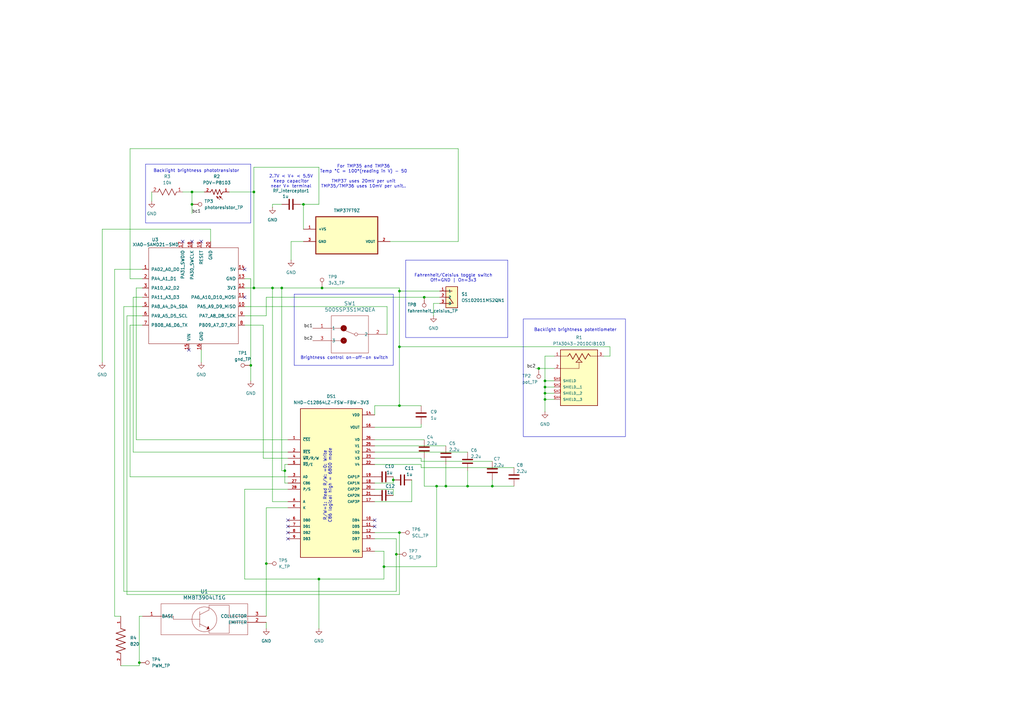
<source format=kicad_sch>
(kicad_sch
	(version 20250114)
	(generator "eeschema")
	(generator_version "9.0")
	(uuid "81d443e3-ba1c-446b-9993-4a57d2542686")
	(paper "A3")
	(lib_symbols
		(symbol "10kresistor:MFR-25FRF52-10K"
			(pin_names
				(offset 0.254)
			)
			(exclude_from_sim no)
			(in_bom yes)
			(on_board yes)
			(property "Reference" "R"
				(at 5.715 3.81 0)
				(effects
					(font
						(size 1.524 1.524)
					)
				)
			)
			(property "Value" "MFR-25FRF52-10K"
				(at 6.35 -3.81 0)
				(effects
					(font
						(size 1.524 1.524)
					)
				)
			)
			(property "Footprint" "YAG_MF25_YAG"
				(at 0 0 0)
				(effects
					(font
						(size 1.27 1.27)
						(italic yes)
					)
					(hide yes)
				)
			)
			(property "Datasheet" "MFR-25FRF52-10K"
				(at 0 0 0)
				(effects
					(font
						(size 1.27 1.27)
						(italic yes)
					)
					(hide yes)
				)
			)
			(property "Description" ""
				(at 0 0 0)
				(effects
					(font
						(size 1.27 1.27)
					)
					(hide yes)
				)
			)
			(property "ki_locked" ""
				(at 0 0 0)
				(effects
					(font
						(size 1.27 1.27)
					)
				)
			)
			(property "ki_keywords" "MFR-25FRF52-10K"
				(at 0 0 0)
				(effects
					(font
						(size 1.27 1.27)
					)
					(hide yes)
				)
			)
			(property "ki_fp_filters" "YAG_MF25_YAG"
				(at 0 0 0)
				(effects
					(font
						(size 1.27 1.27)
					)
					(hide yes)
				)
			)
			(symbol "MFR-25FRF52-10K_1_1"
				(polyline
					(pts
						(xy 2.54 0) (xy 3.175 1.27)
					)
					(stroke
						(width 0.2032)
						(type default)
					)
					(fill
						(type none)
					)
				)
				(polyline
					(pts
						(xy 3.175 1.27) (xy 4.445 -1.27)
					)
					(stroke
						(width 0.2032)
						(type default)
					)
					(fill
						(type none)
					)
				)
				(polyline
					(pts
						(xy 4.445 -1.27) (xy 5.715 1.27)
					)
					(stroke
						(width 0.2032)
						(type default)
					)
					(fill
						(type none)
					)
				)
				(polyline
					(pts
						(xy 5.715 1.27) (xy 6.985 -1.27)
					)
					(stroke
						(width 0.2032)
						(type default)
					)
					(fill
						(type none)
					)
				)
				(polyline
					(pts
						(xy 6.985 -1.27) (xy 8.255 1.27)
					)
					(stroke
						(width 0.2032)
						(type default)
					)
					(fill
						(type none)
					)
				)
				(polyline
					(pts
						(xy 8.255 1.27) (xy 9.525 -1.27)
					)
					(stroke
						(width 0.2032)
						(type default)
					)
					(fill
						(type none)
					)
				)
				(polyline
					(pts
						(xy 9.525 -1.27) (xy 10.16 0)
					)
					(stroke
						(width 0.2032)
						(type default)
					)
					(fill
						(type none)
					)
				)
				(pin unspecified line
					(at 0 0 0)
					(length 2.54)
					(name ""
						(effects
							(font
								(size 1.27 1.27)
							)
						)
					)
					(number "1"
						(effects
							(font
								(size 1.27 1.27)
							)
						)
					)
				)
				(pin unspecified line
					(at 12.7 0 180)
					(length 2.54)
					(name ""
						(effects
							(font
								(size 1.27 1.27)
							)
						)
					)
					(number "2"
						(effects
							(font
								(size 1.27 1.27)
							)
						)
					)
				)
			)
			(symbol "MFR-25FRF52-10K_1_2"
				(polyline
					(pts
						(xy -1.27 8.255) (xy 1.27 9.525)
					)
					(stroke
						(width 0.2032)
						(type default)
					)
					(fill
						(type none)
					)
				)
				(polyline
					(pts
						(xy -1.27 5.715) (xy 1.27 6.985)
					)
					(stroke
						(width 0.2032)
						(type default)
					)
					(fill
						(type none)
					)
				)
				(polyline
					(pts
						(xy -1.27 3.175) (xy 1.27 4.445)
					)
					(stroke
						(width 0.2032)
						(type default)
					)
					(fill
						(type none)
					)
				)
				(polyline
					(pts
						(xy 0 2.54) (xy -1.27 3.175)
					)
					(stroke
						(width 0.2032)
						(type default)
					)
					(fill
						(type none)
					)
				)
				(polyline
					(pts
						(xy 1.27 9.525) (xy 0 10.16)
					)
					(stroke
						(width 0.2032)
						(type default)
					)
					(fill
						(type none)
					)
				)
				(polyline
					(pts
						(xy 1.27 6.985) (xy -1.27 8.255)
					)
					(stroke
						(width 0.2032)
						(type default)
					)
					(fill
						(type none)
					)
				)
				(polyline
					(pts
						(xy 1.27 4.445) (xy -1.27 5.715)
					)
					(stroke
						(width 0.2032)
						(type default)
					)
					(fill
						(type none)
					)
				)
				(pin unspecified line
					(at 0 12.7 270)
					(length 2.54)
					(name ""
						(effects
							(font
								(size 1.27 1.27)
							)
						)
					)
					(number "1"
						(effects
							(font
								(size 1.27 1.27)
							)
						)
					)
				)
				(pin unspecified line
					(at 0 0 90)
					(length 2.54)
					(name ""
						(effects
							(font
								(size 1.27 1.27)
							)
						)
					)
					(number "2"
						(effects
							(font
								(size 1.27 1.27)
							)
						)
					)
				)
			)
			(embedded_fonts no)
		)
		(symbol "CRGP2512F820R:CRGP2512F820R"
			(pin_names
				(offset 1.016)
			)
			(exclude_from_sim no)
			(in_bom yes)
			(on_board yes)
			(property "Reference" "R"
				(at -7.6244 2.5415 0)
				(effects
					(font
						(size 1.27 1.27)
					)
					(justify left bottom)
				)
			)
			(property "Value" "CRGP2512F820R"
				(at -7.63 -5.0866 0)
				(effects
					(font
						(size 1.27 1.27)
					)
					(justify left bottom)
				)
			)
			(property "Footprint" "CRGP2512F820R:RESC6332X65N"
				(at 0 0 0)
				(effects
					(font
						(size 1.27 1.27)
					)
					(justify bottom)
					(hide yes)
				)
			)
			(property "Datasheet" ""
				(at 0 0 0)
				(effects
					(font
						(size 1.27 1.27)
					)
					(hide yes)
				)
			)
			(property "Description" ""
				(at 0 0 0)
				(effects
					(font
						(size 1.27 1.27)
					)
					(hide yes)
				)
			)
			(symbol "CRGP2512F820R_0_0"
				(polyline
					(pts
						(xy -5.08 0) (xy -4.445 1.905)
					)
					(stroke
						(width 0.254)
						(type default)
					)
					(fill
						(type none)
					)
				)
				(polyline
					(pts
						(xy -4.445 1.905) (xy -3.175 -1.905)
					)
					(stroke
						(width 0.254)
						(type default)
					)
					(fill
						(type none)
					)
				)
				(polyline
					(pts
						(xy -3.175 -1.905) (xy -1.905 1.905)
					)
					(stroke
						(width 0.254)
						(type default)
					)
					(fill
						(type none)
					)
				)
				(polyline
					(pts
						(xy -1.905 1.905) (xy -0.635 -1.905)
					)
					(stroke
						(width 0.254)
						(type default)
					)
					(fill
						(type none)
					)
				)
				(polyline
					(pts
						(xy -0.635 -1.905) (xy 0.635 1.905)
					)
					(stroke
						(width 0.254)
						(type default)
					)
					(fill
						(type none)
					)
				)
				(polyline
					(pts
						(xy 0.635 1.905) (xy 1.905 -1.905)
					)
					(stroke
						(width 0.254)
						(type default)
					)
					(fill
						(type none)
					)
				)
				(polyline
					(pts
						(xy 1.905 -1.905) (xy 3.175 1.905)
					)
					(stroke
						(width 0.254)
						(type default)
					)
					(fill
						(type none)
					)
				)
				(polyline
					(pts
						(xy 3.175 1.905) (xy 4.445 -1.905)
					)
					(stroke
						(width 0.254)
						(type default)
					)
					(fill
						(type none)
					)
				)
				(polyline
					(pts
						(xy 4.445 -1.905) (xy 5.08 0)
					)
					(stroke
						(width 0.254)
						(type default)
					)
					(fill
						(type none)
					)
				)
				(pin passive line
					(at -10.16 0 0)
					(length 5.08)
					(name "~"
						(effects
							(font
								(size 1.016 1.016)
							)
						)
					)
					(number "1"
						(effects
							(font
								(size 1.016 1.016)
							)
						)
					)
				)
				(pin passive line
					(at 10.16 0 180)
					(length 5.08)
					(name "~"
						(effects
							(font
								(size 1.016 1.016)
							)
						)
					)
					(number "2"
						(effects
							(font
								(size 1.016 1.016)
							)
						)
					)
				)
			)
			(embedded_fonts no)
		)
		(symbol "Connector:TestPoint"
			(pin_numbers
				(hide yes)
			)
			(pin_names
				(offset 0.762)
				(hide yes)
			)
			(exclude_from_sim no)
			(in_bom yes)
			(on_board yes)
			(property "Reference" "TP"
				(at 0 6.858 0)
				(effects
					(font
						(size 1.27 1.27)
					)
				)
			)
			(property "Value" "TestPoint"
				(at 0 5.08 0)
				(effects
					(font
						(size 1.27 1.27)
					)
				)
			)
			(property "Footprint" ""
				(at 5.08 0 0)
				(effects
					(font
						(size 1.27 1.27)
					)
					(hide yes)
				)
			)
			(property "Datasheet" "~"
				(at 5.08 0 0)
				(effects
					(font
						(size 1.27 1.27)
					)
					(hide yes)
				)
			)
			(property "Description" "test point"
				(at 0 0 0)
				(effects
					(font
						(size 1.27 1.27)
					)
					(hide yes)
				)
			)
			(property "ki_keywords" "test point tp"
				(at 0 0 0)
				(effects
					(font
						(size 1.27 1.27)
					)
					(hide yes)
				)
			)
			(property "ki_fp_filters" "Pin* Test*"
				(at 0 0 0)
				(effects
					(font
						(size 1.27 1.27)
					)
					(hide yes)
				)
			)
			(symbol "TestPoint_0_1"
				(circle
					(center 0 3.302)
					(radius 0.762)
					(stroke
						(width 0)
						(type default)
					)
					(fill
						(type none)
					)
				)
			)
			(symbol "TestPoint_1_1"
				(pin passive line
					(at 0 0 90)
					(length 2.54)
					(name "1"
						(effects
							(font
								(size 1.27 1.27)
							)
						)
					)
					(number "1"
						(effects
							(font
								(size 1.27 1.27)
							)
						)
					)
				)
			)
			(embedded_fonts no)
		)
		(symbol "Device:C"
			(pin_numbers
				(hide yes)
			)
			(pin_names
				(offset 0.254)
			)
			(exclude_from_sim no)
			(in_bom yes)
			(on_board yes)
			(property "Reference" "C"
				(at 0.635 2.54 0)
				(effects
					(font
						(size 1.27 1.27)
					)
					(justify left)
				)
			)
			(property "Value" "C"
				(at 0.635 -2.54 0)
				(effects
					(font
						(size 1.27 1.27)
					)
					(justify left)
				)
			)
			(property "Footprint" ""
				(at 0.9652 -3.81 0)
				(effects
					(font
						(size 1.27 1.27)
					)
					(hide yes)
				)
			)
			(property "Datasheet" "~"
				(at 0 0 0)
				(effects
					(font
						(size 1.27 1.27)
					)
					(hide yes)
				)
			)
			(property "Description" "Unpolarized capacitor"
				(at 0 0 0)
				(effects
					(font
						(size 1.27 1.27)
					)
					(hide yes)
				)
			)
			(property "ki_keywords" "cap capacitor"
				(at 0 0 0)
				(effects
					(font
						(size 1.27 1.27)
					)
					(hide yes)
				)
			)
			(property "ki_fp_filters" "C_*"
				(at 0 0 0)
				(effects
					(font
						(size 1.27 1.27)
					)
					(hide yes)
				)
			)
			(symbol "C_0_1"
				(polyline
					(pts
						(xy -2.032 0.762) (xy 2.032 0.762)
					)
					(stroke
						(width 0.508)
						(type default)
					)
					(fill
						(type none)
					)
				)
				(polyline
					(pts
						(xy -2.032 -0.762) (xy 2.032 -0.762)
					)
					(stroke
						(width 0.508)
						(type default)
					)
					(fill
						(type none)
					)
				)
			)
			(symbol "C_1_1"
				(pin passive line
					(at 0 3.81 270)
					(length 2.794)
					(name "~"
						(effects
							(font
								(size 1.27 1.27)
							)
						)
					)
					(number "1"
						(effects
							(font
								(size 1.27 1.27)
							)
						)
					)
				)
				(pin passive line
					(at 0 -3.81 90)
					(length 2.794)
					(name "~"
						(effects
							(font
								(size 1.27 1.27)
							)
						)
					)
					(number "2"
						(effects
							(font
								(size 1.27 1.27)
							)
						)
					)
				)
			)
			(embedded_fonts no)
		)
		(symbol "NHD-C12864LZ-FSW-FBW-3V3:NHD-C12864LZ-FSW-FBW-3V3"
			(pin_names
				(offset 1.016)
			)
			(exclude_from_sim no)
			(in_bom yes)
			(on_board yes)
			(property "Reference" "DS"
				(at -12.7 28.702 0)
				(effects
					(font
						(size 1.27 1.27)
					)
					(justify left bottom)
				)
			)
			(property "Value" "NHD-C12864LZ-FSW-FBW-3V3"
				(at -12.7 -35.56 0)
				(effects
					(font
						(size 1.27 1.27)
					)
					(justify left bottom)
				)
			)
			(property "Footprint" "NHD-C12864LZ-FSW-FBW-3V3:LCD_NHD-C12864LZ-FSW-FBW-3V3"
				(at 0 0 0)
				(effects
					(font
						(size 1.27 1.27)
					)
					(justify bottom)
					(hide yes)
				)
			)
			(property "Datasheet" ""
				(at 0 0 0)
				(effects
					(font
						(size 1.27 1.27)
					)
					(hide yes)
				)
			)
			(property "Description" ""
				(at 0 0 0)
				(effects
					(font
						(size 1.27 1.27)
					)
					(hide yes)
				)
			)
			(property "PARTREV" "1.0"
				(at 0 0 0)
				(effects
					(font
						(size 1.27 1.27)
					)
					(justify bottom)
					(hide yes)
				)
			)
			(property "MANUFACTURER" "Newhaven Display"
				(at 0 0 0)
				(effects
					(font
						(size 1.27 1.27)
					)
					(justify bottom)
					(hide yes)
				)
			)
			(property "MAXIMUM_PACKAGE_HEIGHT" "6.8 mm"
				(at 0 0 0)
				(effects
					(font
						(size 1.27 1.27)
					)
					(justify bottom)
					(hide yes)
				)
			)
			(property "STANDARD" "Manufacturer Recommendations"
				(at 0 0 0)
				(effects
					(font
						(size 1.27 1.27)
					)
					(justify bottom)
					(hide yes)
				)
			)
			(symbol "NHD-C12864LZ-FSW-FBW-3V3_0_0"
				(rectangle
					(start -12.7 -33.02)
					(end 12.7 27.94)
					(stroke
						(width 0.254)
						(type default)
					)
					(fill
						(type background)
					)
				)
				(pin input line
					(at -17.78 15.24 0)
					(length 5.08)
					(name "~{CS1}"
						(effects
							(font
								(size 1.016 1.016)
							)
						)
					)
					(number "1"
						(effects
							(font
								(size 1.016 1.016)
							)
						)
					)
				)
				(pin input line
					(at -17.78 10.16 0)
					(length 5.08)
					(name "~{RES}"
						(effects
							(font
								(size 1.016 1.016)
							)
						)
					)
					(number "2"
						(effects
							(font
								(size 1.016 1.016)
							)
						)
					)
				)
				(pin input line
					(at -17.78 7.62 0)
					(length 5.08)
					(name "~{WR}/R/W"
						(effects
							(font
								(size 1.016 1.016)
							)
						)
					)
					(number "4"
						(effects
							(font
								(size 1.016 1.016)
							)
						)
					)
				)
				(pin input line
					(at -17.78 5.08 0)
					(length 5.08)
					(name "~{RD}/E"
						(effects
							(font
								(size 1.016 1.016)
							)
						)
					)
					(number "5"
						(effects
							(font
								(size 1.016 1.016)
							)
						)
					)
				)
				(pin input line
					(at -17.78 0 0)
					(length 5.08)
					(name "A0"
						(effects
							(font
								(size 1.016 1.016)
							)
						)
					)
					(number "3"
						(effects
							(font
								(size 1.016 1.016)
							)
						)
					)
				)
				(pin input line
					(at -17.78 -2.54 0)
					(length 5.08)
					(name "C86"
						(effects
							(font
								(size 1.016 1.016)
							)
						)
					)
					(number "27"
						(effects
							(font
								(size 1.016 1.016)
							)
						)
					)
				)
				(pin input line
					(at -17.78 -5.08 0)
					(length 5.08)
					(name "P/S"
						(effects
							(font
								(size 1.016 1.016)
							)
						)
					)
					(number "28"
						(effects
							(font
								(size 1.016 1.016)
							)
						)
					)
				)
				(pin passive line
					(at -17.78 -10.16 0)
					(length 5.08)
					(name "A"
						(effects
							(font
								(size 1.016 1.016)
							)
						)
					)
					(number "A"
						(effects
							(font
								(size 1.016 1.016)
							)
						)
					)
				)
				(pin passive line
					(at -17.78 -12.7 0)
					(length 5.08)
					(name "K"
						(effects
							(font
								(size 1.016 1.016)
							)
						)
					)
					(number "K"
						(effects
							(font
								(size 1.016 1.016)
							)
						)
					)
				)
				(pin bidirectional line
					(at -17.78 -17.78 0)
					(length 5.08)
					(name "DB0"
						(effects
							(font
								(size 1.016 1.016)
							)
						)
					)
					(number "6"
						(effects
							(font
								(size 1.016 1.016)
							)
						)
					)
				)
				(pin bidirectional line
					(at -17.78 -20.32 0)
					(length 5.08)
					(name "DB1"
						(effects
							(font
								(size 1.016 1.016)
							)
						)
					)
					(number "7"
						(effects
							(font
								(size 1.016 1.016)
							)
						)
					)
				)
				(pin bidirectional line
					(at -17.78 -22.86 0)
					(length 5.08)
					(name "DB2"
						(effects
							(font
								(size 1.016 1.016)
							)
						)
					)
					(number "8"
						(effects
							(font
								(size 1.016 1.016)
							)
						)
					)
				)
				(pin bidirectional line
					(at -17.78 -25.4 0)
					(length 5.08)
					(name "DB3"
						(effects
							(font
								(size 1.016 1.016)
							)
						)
					)
					(number "9"
						(effects
							(font
								(size 1.016 1.016)
							)
						)
					)
				)
				(pin power_in line
					(at 17.78 25.4 180)
					(length 5.08)
					(name "VDD"
						(effects
							(font
								(size 1.016 1.016)
							)
						)
					)
					(number "14"
						(effects
							(font
								(size 1.016 1.016)
							)
						)
					)
				)
				(pin power_in line
					(at 17.78 20.32 180)
					(length 5.08)
					(name "VOUT"
						(effects
							(font
								(size 1.016 1.016)
							)
						)
					)
					(number "16"
						(effects
							(font
								(size 1.016 1.016)
							)
						)
					)
				)
				(pin power_in line
					(at 17.78 15.24 180)
					(length 5.08)
					(name "V0"
						(effects
							(font
								(size 1.016 1.016)
							)
						)
					)
					(number "26"
						(effects
							(font
								(size 1.016 1.016)
							)
						)
					)
				)
				(pin power_in line
					(at 17.78 12.7 180)
					(length 5.08)
					(name "V1"
						(effects
							(font
								(size 1.016 1.016)
							)
						)
					)
					(number "25"
						(effects
							(font
								(size 1.016 1.016)
							)
						)
					)
				)
				(pin power_in line
					(at 17.78 10.16 180)
					(length 5.08)
					(name "V2"
						(effects
							(font
								(size 1.016 1.016)
							)
						)
					)
					(number "24"
						(effects
							(font
								(size 1.016 1.016)
							)
						)
					)
				)
				(pin power_in line
					(at 17.78 7.62 180)
					(length 5.08)
					(name "V3"
						(effects
							(font
								(size 1.016 1.016)
							)
						)
					)
					(number "23"
						(effects
							(font
								(size 1.016 1.016)
							)
						)
					)
				)
				(pin power_in line
					(at 17.78 5.08 180)
					(length 5.08)
					(name "V4"
						(effects
							(font
								(size 1.016 1.016)
							)
						)
					)
					(number "22"
						(effects
							(font
								(size 1.016 1.016)
							)
						)
					)
				)
				(pin power_in line
					(at 17.78 0 180)
					(length 5.08)
					(name "CAP1P"
						(effects
							(font
								(size 1.016 1.016)
							)
						)
					)
					(number "19"
						(effects
							(font
								(size 1.016 1.016)
							)
						)
					)
				)
				(pin power_in line
					(at 17.78 -2.54 180)
					(length 5.08)
					(name "CAP1N"
						(effects
							(font
								(size 1.016 1.016)
							)
						)
					)
					(number "18"
						(effects
							(font
								(size 1.016 1.016)
							)
						)
					)
				)
				(pin power_in line
					(at 17.78 -5.08 180)
					(length 5.08)
					(name "CAP2P"
						(effects
							(font
								(size 1.016 1.016)
							)
						)
					)
					(number "20"
						(effects
							(font
								(size 1.016 1.016)
							)
						)
					)
				)
				(pin power_in line
					(at 17.78 -7.62 180)
					(length 5.08)
					(name "CAP2N"
						(effects
							(font
								(size 1.016 1.016)
							)
						)
					)
					(number "21"
						(effects
							(font
								(size 1.016 1.016)
							)
						)
					)
				)
				(pin power_in line
					(at 17.78 -10.16 180)
					(length 5.08)
					(name "CAP3P"
						(effects
							(font
								(size 1.016 1.016)
							)
						)
					)
					(number "17"
						(effects
							(font
								(size 1.016 1.016)
							)
						)
					)
				)
				(pin bidirectional line
					(at 17.78 -17.78 180)
					(length 5.08)
					(name "DB4"
						(effects
							(font
								(size 1.016 1.016)
							)
						)
					)
					(number "10"
						(effects
							(font
								(size 1.016 1.016)
							)
						)
					)
				)
				(pin bidirectional line
					(at 17.78 -20.32 180)
					(length 5.08)
					(name "DB5"
						(effects
							(font
								(size 1.016 1.016)
							)
						)
					)
					(number "11"
						(effects
							(font
								(size 1.016 1.016)
							)
						)
					)
				)
				(pin bidirectional line
					(at 17.78 -22.86 180)
					(length 5.08)
					(name "DB6"
						(effects
							(font
								(size 1.016 1.016)
							)
						)
					)
					(number "12"
						(effects
							(font
								(size 1.016 1.016)
							)
						)
					)
				)
				(pin bidirectional line
					(at 17.78 -25.4 180)
					(length 5.08)
					(name "DB7"
						(effects
							(font
								(size 1.016 1.016)
							)
						)
					)
					(number "13"
						(effects
							(font
								(size 1.016 1.016)
							)
						)
					)
				)
				(pin power_in line
					(at 17.78 -30.48 180)
					(length 5.08)
					(name "VSS"
						(effects
							(font
								(size 1.016 1.016)
							)
						)
					)
					(number "15"
						(effects
							(font
								(size 1.016 1.016)
							)
						)
					)
				)
			)
			(embedded_fonts no)
		)
		(symbol "OS102011MS2QN1:OS102011MS2QN1"
			(pin_names
				(offset 1.016)
			)
			(exclude_from_sim no)
			(in_bom yes)
			(on_board yes)
			(property "Reference" "S"
				(at -2.5411 5.0822 0)
				(effects
					(font
						(size 1.27 1.27)
					)
					(justify left bottom)
				)
			)
			(property "Value" "OS102011MS2QN1"
				(at -2.544 -7.6319 0)
				(effects
					(font
						(size 1.27 1.27)
					)
					(justify left bottom)
				)
			)
			(property "Footprint" "OS102011MS2QN1:SW_OS102011MS2QN1"
				(at 0 0 0)
				(effects
					(font
						(size 1.27 1.27)
					)
					(justify bottom)
					(hide yes)
				)
			)
			(property "Datasheet" ""
				(at 0 0 0)
				(effects
					(font
						(size 1.27 1.27)
					)
					(hide yes)
				)
			)
			(property "Description" ""
				(at 0 0 0)
				(effects
					(font
						(size 1.27 1.27)
					)
					(hide yes)
				)
			)
			(property "STANDARD" "MANUFACTURER RECOMMENDATIONS"
				(at 0 0 0)
				(effects
					(font
						(size 1.27 1.27)
					)
					(justify bottom)
					(hide yes)
				)
			)
			(property "MANUFACTURER" "C&K"
				(at 0 0 0)
				(effects
					(font
						(size 1.27 1.27)
					)
					(justify bottom)
					(hide yes)
				)
			)
			(symbol "OS102011MS2QN1_0_0"
				(polyline
					(pts
						(xy -2.54 2.54) (xy 0 2.54)
					)
					(stroke
						(width 0.254)
						(type default)
					)
					(fill
						(type none)
					)
				)
				(polyline
					(pts
						(xy -2.54 0) (xy -1.27 0)
					)
					(stroke
						(width 0.254)
						(type default)
					)
					(fill
						(type none)
					)
				)
				(polyline
					(pts
						(xy -2.54 -2.54) (xy 0 -2.54)
					)
					(stroke
						(width 0.254)
						(type default)
					)
					(fill
						(type none)
					)
				)
				(rectangle
					(start -2.54 -4.318)
					(end 2.286 4.318)
					(stroke
						(width 0.254)
						(type default)
					)
					(fill
						(type background)
					)
				)
				(polyline
					(pts
						(xy -1.27 0) (xy 0.508 -2.54)
					)
					(stroke
						(width 0.254)
						(type default)
					)
					(fill
						(type none)
					)
				)
				(pin passive line
					(at -5.08 2.54 0)
					(length 2.54)
					(name "1"
						(effects
							(font
								(size 1.016 1.016)
							)
						)
					)
					(number "1"
						(effects
							(font
								(size 1.016 1.016)
							)
						)
					)
				)
				(pin passive line
					(at -5.08 0 0)
					(length 2.54)
					(name "2"
						(effects
							(font
								(size 1.016 1.016)
							)
						)
					)
					(number "2"
						(effects
							(font
								(size 1.016 1.016)
							)
						)
					)
				)
				(pin passive line
					(at -5.08 -2.54 0)
					(length 2.54)
					(name "3"
						(effects
							(font
								(size 1.016 1.016)
							)
						)
					)
					(number "3"
						(effects
							(font
								(size 1.016 1.016)
							)
						)
					)
				)
			)
			(embedded_fonts no)
		)
		(symbol "OnOffOn500SSP3S1M2QEA:500SSP3S1M2QEA"
			(pin_names
				(offset 0.254)
			)
			(exclude_from_sim no)
			(in_bom yes)
			(on_board yes)
			(property "Reference" "SW"
				(at 15.24 10.16 0)
				(effects
					(font
						(size 1.524 1.524)
					)
				)
			)
			(property "Value" "500SSP3S1M2QEA"
				(at 15.24 7.62 0)
				(effects
					(font
						(size 1.524 1.524)
					)
				)
			)
			(property "Footprint" "TO_1M2QEA_EWI"
				(at 0 0 0)
				(effects
					(font
						(size 1.27 1.27)
						(italic yes)
					)
					(hide yes)
				)
			)
			(property "Datasheet" "500SSP3S1M2QEA"
				(at 0 0 0)
				(effects
					(font
						(size 1.27 1.27)
						(italic yes)
					)
					(hide yes)
				)
			)
			(property "Description" ""
				(at 0 0 0)
				(effects
					(font
						(size 1.27 1.27)
					)
					(hide yes)
				)
			)
			(property "ki_locked" ""
				(at 0 0 0)
				(effects
					(font
						(size 1.27 1.27)
					)
				)
			)
			(property "ki_keywords" "500SSP3S1M2QEA"
				(at 0 0 0)
				(effects
					(font
						(size 1.27 1.27)
					)
					(hide yes)
				)
			)
			(property "ki_fp_filters" "TO_1M2QEA_EWI"
				(at 0 0 0)
				(effects
					(font
						(size 1.27 1.27)
					)
					(hide yes)
				)
			)
			(symbol "500SSP3S1M2QEA_0_1"
				(polyline
					(pts
						(xy 7.62 5.08) (xy 7.62 -10.16)
					)
					(stroke
						(width 0.127)
						(type default)
					)
					(fill
						(type none)
					)
				)
				(polyline
					(pts
						(xy 7.62 0) (xy 12.7 0)
					)
					(stroke
						(width 0.127)
						(type default)
					)
					(fill
						(type none)
					)
				)
				(polyline
					(pts
						(xy 7.62 -5.08) (xy 12.573 -5.08)
					)
					(stroke
						(width 0.127)
						(type default)
					)
					(fill
						(type none)
					)
				)
				(polyline
					(pts
						(xy 7.62 -10.16) (xy 22.86 -10.16)
					)
					(stroke
						(width 0.127)
						(type default)
					)
					(fill
						(type none)
					)
				)
				(circle
					(center 12.7 0)
					(radius 0.127)
					(stroke
						(width 1.143)
						(type default)
					)
					(fill
						(type none)
					)
				)
				(circle
					(center 12.7 -5.08)
					(radius 0.127)
					(stroke
						(width 1.143)
						(type default)
					)
					(fill
						(type none)
					)
				)
				(polyline
					(pts
						(xy 17.145 -2.54) (xy 11.7475 -0.3175)
					)
					(stroke
						(width 0.127)
						(type default)
					)
					(fill
						(type none)
					)
				)
				(circle
					(center 17.78 -2.54)
					(radius 0.635)
					(stroke
						(width 0.127)
						(type default)
					)
					(fill
						(type none)
					)
				)
				(polyline
					(pts
						(xy 18.415 -2.54) (xy 22.86 -2.54)
					)
					(stroke
						(width 0.127)
						(type default)
					)
					(fill
						(type none)
					)
				)
				(polyline
					(pts
						(xy 22.86 5.08) (xy 7.62 5.08)
					)
					(stroke
						(width 0.127)
						(type default)
					)
					(fill
						(type none)
					)
				)
				(polyline
					(pts
						(xy 22.86 -10.16) (xy 22.86 5.08)
					)
					(stroke
						(width 0.127)
						(type default)
					)
					(fill
						(type none)
					)
				)
				(pin unspecified line
					(at 0 0 0)
					(length 7.62)
					(name "1"
						(effects
							(font
								(size 1.27 1.27)
							)
						)
					)
					(number "1"
						(effects
							(font
								(size 1.27 1.27)
							)
						)
					)
				)
				(pin unspecified line
					(at 0 -5.08 0)
					(length 7.62)
					(name "3"
						(effects
							(font
								(size 1.27 1.27)
							)
						)
					)
					(number "3"
						(effects
							(font
								(size 1.27 1.27)
							)
						)
					)
				)
				(pin unspecified line
					(at 30.48 -2.54 180)
					(length 7.62)
					(name "2"
						(effects
							(font
								(size 1.27 1.27)
							)
						)
					)
					(number "2"
						(effects
							(font
								(size 1.27 1.27)
							)
						)
					)
				)
			)
			(embedded_fonts no)
		)
		(symbol "PDV-P8103:PDV-P8103"
			(pin_names
				(offset 1.016)
			)
			(exclude_from_sim no)
			(in_bom yes)
			(on_board yes)
			(property "Reference" "R"
				(at -5.077 3.8112 0)
				(effects
					(font
						(size 1.27 1.27)
					)
					(justify left bottom)
				)
			)
			(property "Value" "PDV-P8103"
				(at -5.077 -3.8191 0)
				(effects
					(font
						(size 1.27 1.27)
					)
					(justify left bottom)
				)
			)
			(property "Footprint" "PDV-P8103:PHODET_PDV-P8103"
				(at 0 0 0)
				(effects
					(font
						(size 1.27 1.27)
					)
					(justify bottom)
					(hide yes)
				)
			)
			(property "Datasheet" ""
				(at 0 0 0)
				(effects
					(font
						(size 1.27 1.27)
					)
					(hide yes)
				)
			)
			(property "Description" ""
				(at 0 0 0)
				(effects
					(font
						(size 1.27 1.27)
					)
					(hide yes)
				)
			)
			(property "PARTREV" "3/30/06"
				(at 0 0 0)
				(effects
					(font
						(size 1.27 1.27)
					)
					(justify bottom)
					(hide yes)
				)
			)
			(property "MANUFACTURER" "Luna Optoelectronics"
				(at 0 0 0)
				(effects
					(font
						(size 1.27 1.27)
					)
					(justify bottom)
					(hide yes)
				)
			)
			(property "STANDARD" "IPC-7251"
				(at 0 0 0)
				(effects
					(font
						(size 1.27 1.27)
					)
					(justify bottom)
					(hide yes)
				)
			)
			(symbol "PDV-P8103_0_0"
				(polyline
					(pts
						(xy -2.54 0) (xy -1.905 1.016)
					)
					(stroke
						(width 0.254)
						(type default)
					)
					(fill
						(type none)
					)
				)
				(polyline
					(pts
						(xy -2.413 3.048) (xy -1.016 1.651)
					)
					(stroke
						(width 0.1524)
						(type default)
					)
					(fill
						(type none)
					)
				)
				(polyline
					(pts
						(xy -1.27 3.175) (xy 0.127 1.778)
					)
					(stroke
						(width 0.1524)
						(type default)
					)
					(fill
						(type none)
					)
				)
				(polyline
					(pts
						(xy -1.143 -1.016) (xy -1.905 1.016)
					)
					(stroke
						(width 0.254)
						(type default)
					)
					(fill
						(type none)
					)
				)
				(polyline
					(pts
						(xy -1.016 1.651) (xy -1.397 2.54) (xy -1.905 2.032) (xy -1.016 1.651)
					)
					(stroke
						(width 0.1524)
						(type default)
					)
					(fill
						(type outline)
					)
				)
				(polyline
					(pts
						(xy -0.381 1.016) (xy -1.143 -1.016)
					)
					(stroke
						(width 0.254)
						(type default)
					)
					(fill
						(type none)
					)
				)
				(polyline
					(pts
						(xy 0.127 1.778) (xy -0.254 2.667) (xy -0.762 2.159) (xy 0.127 1.778)
					)
					(stroke
						(width 0.1524)
						(type default)
					)
					(fill
						(type outline)
					)
				)
				(polyline
					(pts
						(xy 0.381 -1.016) (xy -0.381 1.016)
					)
					(stroke
						(width 0.254)
						(type default)
					)
					(fill
						(type none)
					)
				)
				(polyline
					(pts
						(xy 1.143 1.016) (xy 0.381 -1.016)
					)
					(stroke
						(width 0.254)
						(type default)
					)
					(fill
						(type none)
					)
				)
				(polyline
					(pts
						(xy 1.905 -1.016) (xy 1.143 1.016)
					)
					(stroke
						(width 0.254)
						(type default)
					)
					(fill
						(type none)
					)
				)
				(polyline
					(pts
						(xy 2.54 0) (xy 1.905 -1.016)
					)
					(stroke
						(width 0.254)
						(type default)
					)
					(fill
						(type none)
					)
				)
				(pin passive line
					(at -5.08 0 0)
					(length 2.54)
					(name "~"
						(effects
							(font
								(size 1.016 1.016)
							)
						)
					)
					(number "1"
						(effects
							(font
								(size 1.016 1.016)
							)
						)
					)
				)
				(pin passive line
					(at 5.08 0 180)
					(length 2.54)
					(name "~"
						(effects
							(font
								(size 1.016 1.016)
							)
						)
					)
					(number "2"
						(effects
							(font
								(size 1.016 1.016)
							)
						)
					)
				)
			)
			(embedded_fonts no)
		)
		(symbol "PTA3043-2010CIB103:PTA3043-2010CIB103"
			(pin_names
				(offset 1.016)
			)
			(exclude_from_sim no)
			(in_bom yes)
			(on_board yes)
			(property "Reference" "R"
				(at -7.62 8.382 0)
				(effects
					(font
						(size 1.27 1.27)
					)
					(justify left bottom)
				)
			)
			(property "Value" "PTA3043-2010CIB103"
				(at -7.62 -17.78 0)
				(effects
					(font
						(size 1.27 1.27)
					)
					(justify left bottom)
				)
			)
			(property "Footprint" "PTA3043-2010CIB103:TRIM_PTA3043-2010CIB103"
				(at 0 0 0)
				(effects
					(font
						(size 1.27 1.27)
					)
					(justify bottom)
					(hide yes)
				)
			)
			(property "Datasheet" ""
				(at 0 0 0)
				(effects
					(font
						(size 1.27 1.27)
					)
					(hide yes)
				)
			)
			(property "Description" ""
				(at 0 0 0)
				(effects
					(font
						(size 1.27 1.27)
					)
					(hide yes)
				)
			)
			(property "PARTREV" "04/21"
				(at 0 0 0)
				(effects
					(font
						(size 1.27 1.27)
					)
					(justify bottom)
					(hide yes)
				)
			)
			(property "MANUFACTURER" "Bourns"
				(at 0 0 0)
				(effects
					(font
						(size 1.27 1.27)
					)
					(justify bottom)
					(hide yes)
				)
			)
			(property "MAXIMUM_PACKAGE_HEIGHT" "21.5mm"
				(at 0 0 0)
				(effects
					(font
						(size 1.27 1.27)
					)
					(justify bottom)
					(hide yes)
				)
			)
			(property "STANDARD" "Manufacturer Recommendations"
				(at 0 0 0)
				(effects
					(font
						(size 1.27 1.27)
					)
					(justify bottom)
					(hide yes)
				)
			)
			(symbol "PTA3043-2010CIB103_0_0"
				(polyline
					(pts
						(xy -7.62 5.08) (xy -4.572 5.08)
					)
					(stroke
						(width 0.1524)
						(type default)
					)
					(fill
						(type none)
					)
				)
				(rectangle
					(start -7.62 -15.24)
					(end 7.62 7.62)
					(stroke
						(width 0.254)
						(type default)
					)
					(fill
						(type background)
					)
				)
				(polyline
					(pts
						(xy -4.572 5.08) (xy -3.81 6.096)
					)
					(stroke
						(width 0.254)
						(type default)
					)
					(fill
						(type none)
					)
				)
				(polyline
					(pts
						(xy -3.81 6.096) (xy -2.54 3.81)
					)
					(stroke
						(width 0.254)
						(type default)
					)
					(fill
						(type none)
					)
				)
				(polyline
					(pts
						(xy -2.54 3.81) (xy -1.27 6.096)
					)
					(stroke
						(width 0.254)
						(type default)
					)
					(fill
						(type none)
					)
				)
				(polyline
					(pts
						(xy -1.27 6.096) (xy 0 3.81)
					)
					(stroke
						(width 0.254)
						(type default)
					)
					(fill
						(type none)
					)
				)
				(polyline
					(pts
						(xy -1.27 2.54) (xy 0 3.81)
					)
					(stroke
						(width 0.2032)
						(type default)
					)
					(fill
						(type none)
					)
				)
				(polyline
					(pts
						(xy 0 3.81) (xy 1.27 6.096)
					)
					(stroke
						(width 0.254)
						(type default)
					)
					(fill
						(type none)
					)
				)
				(polyline
					(pts
						(xy 0 3.81) (xy 1.27 2.54)
					)
					(stroke
						(width 0.2032)
						(type default)
					)
					(fill
						(type none)
					)
				)
				(polyline
					(pts
						(xy 0 2.54) (xy -1.27 2.54)
					)
					(stroke
						(width 0.2032)
						(type default)
					)
					(fill
						(type none)
					)
				)
				(polyline
					(pts
						(xy 0 2.54) (xy 0 0)
					)
					(stroke
						(width 0.1524)
						(type default)
					)
					(fill
						(type none)
					)
				)
				(polyline
					(pts
						(xy 0 0) (xy -7.62 0)
					)
					(stroke
						(width 0.1524)
						(type default)
					)
					(fill
						(type none)
					)
				)
				(polyline
					(pts
						(xy 1.27 6.096) (xy 2.54 3.81)
					)
					(stroke
						(width 0.254)
						(type default)
					)
					(fill
						(type none)
					)
				)
				(polyline
					(pts
						(xy 1.27 2.54) (xy 0 2.54)
					)
					(stroke
						(width 0.2032)
						(type default)
					)
					(fill
						(type none)
					)
				)
				(polyline
					(pts
						(xy 2.54 3.81) (xy 3.81 6.096)
					)
					(stroke
						(width 0.254)
						(type default)
					)
					(fill
						(type none)
					)
				)
				(polyline
					(pts
						(xy 3.81 6.096) (xy 4.572 5.08)
					)
					(stroke
						(width 0.254)
						(type default)
					)
					(fill
						(type none)
					)
				)
				(polyline
					(pts
						(xy 4.572 5.08) (xy 7.62 5.08)
					)
					(stroke
						(width 0.1524)
						(type default)
					)
					(fill
						(type none)
					)
				)
				(pin passive line
					(at -10.16 5.08 0)
					(length 2.54)
					(name "~"
						(effects
							(font
								(size 1.016 1.016)
							)
						)
					)
					(number "1"
						(effects
							(font
								(size 1.016 1.016)
							)
						)
					)
				)
				(pin passive line
					(at -10.16 0 0)
					(length 2.54)
					(name "~"
						(effects
							(font
								(size 1.016 1.016)
							)
						)
					)
					(number "2"
						(effects
							(font
								(size 1.016 1.016)
							)
						)
					)
				)
				(pin passive line
					(at -10.16 -5.08 0)
					(length 2.54)
					(name "SHIELD"
						(effects
							(font
								(size 1.016 1.016)
							)
						)
					)
					(number "SH1"
						(effects
							(font
								(size 1.016 1.016)
							)
						)
					)
				)
				(pin passive line
					(at -10.16 -7.62 0)
					(length 2.54)
					(name "SHIELD__1"
						(effects
							(font
								(size 1.016 1.016)
							)
						)
					)
					(number "SH2"
						(effects
							(font
								(size 1.016 1.016)
							)
						)
					)
				)
				(pin passive line
					(at -10.16 -10.16 0)
					(length 2.54)
					(name "SHIELD__2"
						(effects
							(font
								(size 1.016 1.016)
							)
						)
					)
					(number "SH3"
						(effects
							(font
								(size 1.016 1.016)
							)
						)
					)
				)
				(pin passive line
					(at -10.16 -12.7 0)
					(length 2.54)
					(name "SHIELD__3"
						(effects
							(font
								(size 1.016 1.016)
							)
						)
					)
					(number "SH4"
						(effects
							(font
								(size 1.016 1.016)
							)
						)
					)
				)
				(pin passive line
					(at 10.16 5.08 180)
					(length 2.54)
					(name "~"
						(effects
							(font
								(size 1.016 1.016)
							)
						)
					)
					(number "3"
						(effects
							(font
								(size 1.016 1.016)
							)
						)
					)
				)
			)
			(embedded_fonts no)
		)
		(symbol "Seeed_Studio_XIAO_Series:XIAO-SAMD21-SMD"
			(pin_names
				(offset 1.016)
			)
			(exclude_from_sim no)
			(in_bom yes)
			(on_board yes)
			(property "Reference" "U"
				(at -18.542 23.114 0)
				(effects
					(font
						(size 1.27 1.27)
					)
				)
			)
			(property "Value" "XIAO-SAMD21-SMD"
				(at -9.906 21.336 0)
				(effects
					(font
						(size 1.27 1.27)
					)
				)
			)
			(property "Footprint" ""
				(at -8.89 5.08 0)
				(effects
					(font
						(size 1.27 1.27)
					)
					(hide yes)
				)
			)
			(property "Datasheet" ""
				(at -8.89 5.08 0)
				(effects
					(font
						(size 1.27 1.27)
					)
					(hide yes)
				)
			)
			(property "Description" ""
				(at 0 0 0)
				(effects
					(font
						(size 1.27 1.27)
					)
					(hide yes)
				)
			)
			(symbol "XIAO-SAMD21-SMD_0_1"
				(rectangle
					(start -19.05 20.32)
					(end 17.78 -19.05)
					(stroke
						(width 0)
						(type default)
					)
					(fill
						(type none)
					)
				)
			)
			(symbol "XIAO-SAMD21-SMD_1_1"
				(pin passive line
					(at -21.59 11.43 0)
					(length 2.54)
					(name "PA02_A0_D0"
						(effects
							(font
								(size 1.27 1.27)
							)
						)
					)
					(number "1"
						(effects
							(font
								(size 1.27 1.27)
							)
						)
					)
				)
				(pin passive line
					(at -21.59 7.62 0)
					(length 2.54)
					(name "PA4_A1_D1"
						(effects
							(font
								(size 1.27 1.27)
							)
						)
					)
					(number "2"
						(effects
							(font
								(size 1.27 1.27)
							)
						)
					)
				)
				(pin passive line
					(at -21.59 3.81 0)
					(length 2.54)
					(name "PA10_A2_D2"
						(effects
							(font
								(size 1.27 1.27)
							)
						)
					)
					(number "3"
						(effects
							(font
								(size 1.27 1.27)
							)
						)
					)
				)
				(pin passive line
					(at -21.59 0 0)
					(length 2.54)
					(name "PA11_A3_D3"
						(effects
							(font
								(size 1.27 1.27)
							)
						)
					)
					(number "4"
						(effects
							(font
								(size 1.27 1.27)
							)
						)
					)
				)
				(pin passive line
					(at -21.59 -3.81 0)
					(length 2.54)
					(name "PA8_A4_D4_SDA"
						(effects
							(font
								(size 1.27 1.27)
							)
						)
					)
					(number "5"
						(effects
							(font
								(size 1.27 1.27)
							)
						)
					)
				)
				(pin passive line
					(at -21.59 -7.62 0)
					(length 2.54)
					(name "PA9_A5_D5_SCL"
						(effects
							(font
								(size 1.27 1.27)
							)
						)
					)
					(number "6"
						(effects
							(font
								(size 1.27 1.27)
							)
						)
					)
				)
				(pin passive line
					(at -21.59 -11.43 0)
					(length 2.54)
					(name "PB08_A6_D6_TX"
						(effects
							(font
								(size 1.27 1.27)
							)
						)
					)
					(number "7"
						(effects
							(font
								(size 1.27 1.27)
							)
						)
					)
				)
				(pin passive line
					(at -5.08 22.86 270)
					(length 2.54)
					(name "PA31_SWDIO"
						(effects
							(font
								(size 1.27 1.27)
							)
						)
					)
					(number "17"
						(effects
							(font
								(size 1.27 1.27)
							)
						)
					)
				)
				(pin passive line
					(at -2.54 -21.59 90)
					(length 2.54)
					(name "VIN"
						(effects
							(font
								(size 1.27 1.27)
							)
						)
					)
					(number "15"
						(effects
							(font
								(size 1.27 1.27)
							)
						)
					)
				)
				(pin passive line
					(at -1.27 22.86 270)
					(length 2.54)
					(name "PA30_SWCLK"
						(effects
							(font
								(size 1.27 1.27)
							)
						)
					)
					(number "18"
						(effects
							(font
								(size 1.27 1.27)
							)
						)
					)
				)
				(pin passive line
					(at 2.54 22.86 270)
					(length 2.54)
					(name "RESET"
						(effects
							(font
								(size 1.27 1.27)
							)
						)
					)
					(number "19"
						(effects
							(font
								(size 1.27 1.27)
							)
						)
					)
				)
				(pin passive line
					(at 2.54 -21.59 90)
					(length 2.54)
					(name "GND"
						(effects
							(font
								(size 1.27 1.27)
							)
						)
					)
					(number "16"
						(effects
							(font
								(size 1.27 1.27)
							)
						)
					)
				)
				(pin passive line
					(at 6.35 22.86 270)
					(length 2.54)
					(name "GND"
						(effects
							(font
								(size 1.27 1.27)
							)
						)
					)
					(number "20"
						(effects
							(font
								(size 1.27 1.27)
							)
						)
					)
				)
				(pin passive line
					(at 20.32 11.43 180)
					(length 2.54)
					(name "5V"
						(effects
							(font
								(size 1.27 1.27)
							)
						)
					)
					(number "14"
						(effects
							(font
								(size 1.27 1.27)
							)
						)
					)
				)
				(pin passive line
					(at 20.32 7.62 180)
					(length 2.54)
					(name "GND"
						(effects
							(font
								(size 1.27 1.27)
							)
						)
					)
					(number "13"
						(effects
							(font
								(size 1.27 1.27)
							)
						)
					)
				)
				(pin passive line
					(at 20.32 3.81 180)
					(length 2.54)
					(name "3V3"
						(effects
							(font
								(size 1.27 1.27)
							)
						)
					)
					(number "12"
						(effects
							(font
								(size 1.27 1.27)
							)
						)
					)
				)
				(pin passive line
					(at 20.32 0 180)
					(length 2.54)
					(name "PA6_A10_D10_MOSI"
						(effects
							(font
								(size 1.27 1.27)
							)
						)
					)
					(number "11"
						(effects
							(font
								(size 1.27 1.27)
							)
						)
					)
				)
				(pin passive line
					(at 20.32 -3.81 180)
					(length 2.54)
					(name "PA5_A9_D9_MISO"
						(effects
							(font
								(size 1.27 1.27)
							)
						)
					)
					(number "10"
						(effects
							(font
								(size 1.27 1.27)
							)
						)
					)
				)
				(pin passive line
					(at 20.32 -7.62 180)
					(length 2.54)
					(name "PA7_A8_D8_SCK"
						(effects
							(font
								(size 1.27 1.27)
							)
						)
					)
					(number "9"
						(effects
							(font
								(size 1.27 1.27)
							)
						)
					)
				)
				(pin passive line
					(at 20.32 -11.43 180)
					(length 2.54)
					(name "PB09_A7_D7_RX"
						(effects
							(font
								(size 1.27 1.27)
							)
						)
					)
					(number "8"
						(effects
							(font
								(size 1.27 1.27)
							)
						)
					)
				)
			)
			(embedded_fonts no)
		)
		(symbol "TMP37FT9Z:TMP37FT9Z"
			(pin_names
				(offset 1.016)
			)
			(exclude_from_sim no)
			(in_bom yes)
			(on_board yes)
			(property "Reference" "U"
				(at -4.526 7.1195 0)
				(effects
					(font
						(size 1.27 1.27)
					)
					(justify left bottom)
				)
			)
			(property "Value" "TMP37FT9Z"
				(at -3.9438 -13.0272 0)
				(effects
					(font
						(size 1.27 1.27)
					)
					(justify left bottom)
				)
			)
			(property "Footprint" "TMP37FT9Z:TO254P508X660-3P"
				(at 0 0 0)
				(effects
					(font
						(size 1.27 1.27)
					)
					(justify bottom)
					(hide yes)
				)
			)
			(property "Datasheet" ""
				(at 0 0 0)
				(effects
					(font
						(size 1.27 1.27)
					)
					(hide yes)
				)
			)
			(property "Description" ""
				(at 0 0 0)
				(effects
					(font
						(size 1.27 1.27)
					)
					(hide yes)
				)
			)
			(property "MF" "Analog Devices"
				(at 0 0 0)
				(effects
					(font
						(size 1.27 1.27)
					)
					(justify bottom)
					(hide yes)
				)
			)
			(property "Description_1" "Low Voltage Temperature Sensor Vo=500"
				(at 0 0 0)
				(effects
					(font
						(size 1.27 1.27)
					)
					(justify bottom)
					(hide yes)
				)
			)
			(property "PACKAGE" "TO-92-3"
				(at 0 0 0)
				(effects
					(font
						(size 1.27 1.27)
					)
					(justify bottom)
					(hide yes)
				)
			)
			(property "MPN" "TMP37FT9Z"
				(at 0 0 0)
				(effects
					(font
						(size 1.27 1.27)
					)
					(justify bottom)
					(hide yes)
				)
			)
			(property "Price" "None"
				(at 0 0 0)
				(effects
					(font
						(size 1.27 1.27)
					)
					(justify bottom)
					(hide yes)
				)
			)
			(property "Package" "TO-3 Analog Devices"
				(at 0 0 0)
				(effects
					(font
						(size 1.27 1.27)
					)
					(justify bottom)
					(hide yes)
				)
			)
			(property "OC_FARNELL" "2102510"
				(at 0 0 0)
				(effects
					(font
						(size 1.27 1.27)
					)
					(justify bottom)
					(hide yes)
				)
			)
			(property "SnapEDA_Link" "https://www.snapeda.com/parts/TMP37FT9Z/Analog+Devices/view-part/?ref=snap"
				(at 0 0 0)
				(effects
					(font
						(size 1.27 1.27)
					)
					(justify bottom)
					(hide yes)
				)
			)
			(property "MP" "TMP37FT9Z"
				(at 0 0 0)
				(effects
					(font
						(size 1.27 1.27)
					)
					(justify bottom)
					(hide yes)
				)
			)
			(property "SUPPLIER" "Analog Devices"
				(at 0 0 0)
				(effects
					(font
						(size 1.27 1.27)
					)
					(justify bottom)
					(hide yes)
				)
			)
			(property "OC_NEWARK" "13M3232"
				(at 0 0 0)
				(effects
					(font
						(size 1.27 1.27)
					)
					(justify bottom)
					(hide yes)
				)
			)
			(property "Availability" "In Stock"
				(at 0 0 0)
				(effects
					(font
						(size 1.27 1.27)
					)
					(justify bottom)
					(hide yes)
				)
			)
			(property "Check_prices" "https://www.snapeda.com/parts/TMP37FT9Z/Analog+Devices/view-part/?ref=eda"
				(at 0 0 0)
				(effects
					(font
						(size 1.27 1.27)
					)
					(justify bottom)
					(hide yes)
				)
			)
			(symbol "TMP37FT9Z_0_0"
				(rectangle
					(start -12.7 -10.16)
					(end 12.7 5.08)
					(stroke
						(width 0.4064)
						(type default)
					)
					(fill
						(type background)
					)
				)
				(pin power_in line
					(at -17.78 0 0)
					(length 5.08)
					(name "+VS"
						(effects
							(font
								(size 1.016 1.016)
							)
						)
					)
					(number "1"
						(effects
							(font
								(size 1.016 1.016)
							)
						)
					)
				)
				(pin passive line
					(at -17.78 -5.08 0)
					(length 5.08)
					(name "GND"
						(effects
							(font
								(size 1.016 1.016)
							)
						)
					)
					(number "3"
						(effects
							(font
								(size 1.016 1.016)
							)
						)
					)
				)
				(pin output line
					(at 17.78 -5.08 180)
					(length 5.08)
					(name "VOUT"
						(effects
							(font
								(size 1.016 1.016)
							)
						)
					)
					(number "2"
						(effects
							(font
								(size 1.016 1.016)
							)
						)
					)
				)
			)
			(embedded_fonts no)
		)
		(symbol "bjt:MMBT3904LT1G"
			(pin_names
				(offset 0.254)
			)
			(exclude_from_sim no)
			(in_bom yes)
			(on_board yes)
			(property "Reference" "U"
				(at 25.4 10.16 0)
				(effects
					(font
						(size 1.524 1.524)
					)
				)
			)
			(property "Value" "MMBT3904LT1G"
				(at 25.4 7.62 0)
				(effects
					(font
						(size 1.524 1.524)
					)
				)
			)
			(property "Footprint" "SOT-23_3L_ONS"
				(at 0 0 0)
				(effects
					(font
						(size 1.27 1.27)
						(italic yes)
					)
					(hide yes)
				)
			)
			(property "Datasheet" "MMBT3904LT1G"
				(at 0 0 0)
				(effects
					(font
						(size 1.27 1.27)
						(italic yes)
					)
					(hide yes)
				)
			)
			(property "Description" ""
				(at 0 0 0)
				(effects
					(font
						(size 1.27 1.27)
					)
					(hide yes)
				)
			)
			(property "ki_locked" ""
				(at 0 0 0)
				(effects
					(font
						(size 1.27 1.27)
					)
				)
			)
			(property "ki_keywords" "MMBT3904LT1G"
				(at 0 0 0)
				(effects
					(font
						(size 1.27 1.27)
					)
					(hide yes)
				)
			)
			(property "ki_fp_filters" "SOT-23_3L_ONS SOT-23_3L_ONS-M SOT-23_3L_ONS-L"
				(at 0 0 0)
				(effects
					(font
						(size 1.27 1.27)
					)
					(hide yes)
				)
			)
			(symbol "MMBT3904LT1G_0_1"
				(polyline
					(pts
						(xy 7.62 5.08) (xy 7.62 -7.62)
					)
					(stroke
						(width 0.127)
						(type default)
					)
					(fill
						(type none)
					)
				)
				(polyline
					(pts
						(xy 7.62 -7.62) (xy 43.18 -7.62)
					)
					(stroke
						(width 0.127)
						(type default)
					)
					(fill
						(type none)
					)
				)
				(polyline
					(pts
						(xy 12.7 0) (xy 7.62 0)
					)
					(stroke
						(width 0.127)
						(type default)
					)
					(fill
						(type none)
					)
				)
				(polyline
					(pts
						(xy 12.7 -1.27) (xy 12.7 0)
					)
					(stroke
						(width 0.127)
						(type default)
					)
					(fill
						(type none)
					)
				)
				(polyline
					(pts
						(xy 23.495 1.905) (xy 23.495 -4.445)
					)
					(stroke
						(width 0.127)
						(type default)
					)
					(fill
						(type none)
					)
				)
				(polyline
					(pts
						(xy 23.495 0.635) (xy 27.305 2.54)
					)
					(stroke
						(width 0.127)
						(type default)
					)
					(fill
						(type none)
					)
				)
				(polyline
					(pts
						(xy 23.495 -1.27) (xy 12.7 -1.27)
					)
					(stroke
						(width 0.127)
						(type default)
					)
					(fill
						(type none)
					)
				)
				(polyline
					(pts
						(xy 23.495 -3.175) (xy 27.305 -5.08)
					)
					(stroke
						(width 0.127)
						(type default)
					)
					(fill
						(type none)
					)
				)
				(circle
					(center 25.4 -1.27)
					(radius 5.08)
					(stroke
						(width 0.127)
						(type default)
					)
					(fill
						(type none)
					)
				)
				(polyline
					(pts
						(xy 26.3525 -5.3975) (xy 26.9875 -4.1275)
					)
					(stroke
						(width 0.127)
						(type default)
					)
					(fill
						(type none)
					)
				)
				(polyline
					(pts
						(xy 26.3525 -5.3975) (xy 27.305 -5.08) (xy 26.9875 -4.1275)
					)
					(stroke
						(width 0)
						(type default)
					)
					(fill
						(type outline)
					)
				)
				(polyline
					(pts
						(xy 27.305 4.445) (xy 35.56 4.445)
					)
					(stroke
						(width 0.127)
						(type default)
					)
					(fill
						(type none)
					)
				)
				(polyline
					(pts
						(xy 27.305 2.54) (xy 27.305 4.445)
					)
					(stroke
						(width 0.127)
						(type default)
					)
					(fill
						(type none)
					)
				)
				(polyline
					(pts
						(xy 27.305 -5.08) (xy 26.3525 -5.3975)
					)
					(stroke
						(width 0.127)
						(type default)
					)
					(fill
						(type none)
					)
				)
				(polyline
					(pts
						(xy 27.305 -5.08) (xy 26.9875 -4.1275)
					)
					(stroke
						(width 0.127)
						(type default)
					)
					(fill
						(type none)
					)
				)
				(polyline
					(pts
						(xy 27.305 -5.08) (xy 27.305 -6.985)
					)
					(stroke
						(width 0.127)
						(type default)
					)
					(fill
						(type none)
					)
				)
				(polyline
					(pts
						(xy 27.305 -6.985) (xy 35.56 -6.985)
					)
					(stroke
						(width 0.127)
						(type default)
					)
					(fill
						(type none)
					)
				)
				(polyline
					(pts
						(xy 35.56 4.445) (xy 35.56 0)
					)
					(stroke
						(width 0.127)
						(type default)
					)
					(fill
						(type none)
					)
				)
				(polyline
					(pts
						(xy 35.56 -2.54) (xy 43.18 -2.54)
					)
					(stroke
						(width 0.127)
						(type default)
					)
					(fill
						(type none)
					)
				)
				(polyline
					(pts
						(xy 35.56 -6.985) (xy 35.56 -2.54)
					)
					(stroke
						(width 0.127)
						(type default)
					)
					(fill
						(type none)
					)
				)
				(polyline
					(pts
						(xy 43.18 5.08) (xy 7.62 5.08)
					)
					(stroke
						(width 0.127)
						(type default)
					)
					(fill
						(type none)
					)
				)
				(polyline
					(pts
						(xy 43.18 0) (xy 35.56 0)
					)
					(stroke
						(width 0.127)
						(type default)
					)
					(fill
						(type none)
					)
				)
				(polyline
					(pts
						(xy 43.18 -7.62) (xy 43.18 5.08)
					)
					(stroke
						(width 0.127)
						(type default)
					)
					(fill
						(type none)
					)
				)
				(pin unspecified line
					(at 0 0 0)
					(length 7.62)
					(name "BASE"
						(effects
							(font
								(size 1.27 1.27)
							)
						)
					)
					(number "1"
						(effects
							(font
								(size 1.27 1.27)
							)
						)
					)
				)
				(pin unspecified line
					(at 50.8 0 180)
					(length 7.62)
					(name "COLLECTOR"
						(effects
							(font
								(size 1.27 1.27)
							)
						)
					)
					(number "3"
						(effects
							(font
								(size 1.27 1.27)
							)
						)
					)
				)
				(pin unspecified line
					(at 50.8 -2.54 180)
					(length 7.62)
					(name "EMITTER"
						(effects
							(font
								(size 1.27 1.27)
							)
						)
					)
					(number "2"
						(effects
							(font
								(size 1.27 1.27)
							)
						)
					)
				)
			)
			(embedded_fonts no)
		)
		(symbol "power:GND"
			(power)
			(pin_numbers
				(hide yes)
			)
			(pin_names
				(offset 0)
				(hide yes)
			)
			(exclude_from_sim no)
			(in_bom yes)
			(on_board yes)
			(property "Reference" "#PWR"
				(at 0 -6.35 0)
				(effects
					(font
						(size 1.27 1.27)
					)
					(hide yes)
				)
			)
			(property "Value" "GND"
				(at 0 -3.81 0)
				(effects
					(font
						(size 1.27 1.27)
					)
				)
			)
			(property "Footprint" ""
				(at 0 0 0)
				(effects
					(font
						(size 1.27 1.27)
					)
					(hide yes)
				)
			)
			(property "Datasheet" ""
				(at 0 0 0)
				(effects
					(font
						(size 1.27 1.27)
					)
					(hide yes)
				)
			)
			(property "Description" "Power symbol creates a global label with name \"GND\" , ground"
				(at 0 0 0)
				(effects
					(font
						(size 1.27 1.27)
					)
					(hide yes)
				)
			)
			(property "ki_keywords" "global power"
				(at 0 0 0)
				(effects
					(font
						(size 1.27 1.27)
					)
					(hide yes)
				)
			)
			(symbol "GND_0_1"
				(polyline
					(pts
						(xy 0 0) (xy 0 -1.27) (xy 1.27 -1.27) (xy 0 -2.54) (xy -1.27 -1.27) (xy 0 -1.27)
					)
					(stroke
						(width 0)
						(type default)
					)
					(fill
						(type none)
					)
				)
			)
			(symbol "GND_1_1"
				(pin power_in line
					(at 0 0 270)
					(length 0)
					(name "~"
						(effects
							(font
								(size 1.27 1.27)
							)
						)
					)
					(number "1"
						(effects
							(font
								(size 1.27 1.27)
							)
						)
					)
				)
			)
			(embedded_fonts no)
		)
	)
	(rectangle
		(start 214.63 130.81)
		(end 256.54 179.07)
		(stroke
			(width 0)
			(type default)
		)
		(fill
			(type none)
		)
		(uuid 2e1f9eb3-4894-456a-85f3-52fff30df8e9)
	)
	(rectangle
		(start 59.69 67.31)
		(end 102.87 91.44)
		(stroke
			(width 0)
			(type default)
		)
		(fill
			(type none)
		)
		(uuid 99460e6f-af9a-443c-94e4-b55c3edcd7d4)
	)
	(rectangle
		(start 120.65 120.65)
		(end 161.29 149.86)
		(stroke
			(width 0)
			(type default)
		)
		(fill
			(type none)
		)
		(uuid bead571c-b938-4952-a827-9d9c884172b1)
	)
	(rectangle
		(start 166.37 106.68)
		(end 208.28 138.43)
		(stroke
			(width 0)
			(type default)
		)
		(fill
			(type none)
		)
		(uuid dae5d319-9b98-4ff2-a0f0-35d82a304074)
	)
	(text "2.7V < V+ < 5.5V\nKeep capacitor\nnear V+ terminal"
		(exclude_from_sim no)
		(at 119.38 74.422 0)
		(effects
			(font
				(size 1.27 1.27)
			)
		)
		(uuid "53ae5caa-95ac-493b-9d43-d9e03b023549")
	)
	(text "Fahrenheit/Celsius toggle switch\nOff=GND | On=3v3"
		(exclude_from_sim no)
		(at 185.928 114.046 0)
		(effects
			(font
				(size 1.27 1.27)
			)
		)
		(uuid "55c1d545-12aa-4bc7-9591-c58a45cd2101")
	)
	(text "R/W=1: Read R/W: =0: Write\nC86 logical high = 6800 mode"
		(exclude_from_sim no)
		(at 134.366 199.136 90)
		(effects
			(font
				(size 1.27 1.27)
			)
		)
		(uuid "6208922e-5f2a-4894-b34b-021719a5e1bf")
	)
	(text "Backlight brightness phototransistor"
		(exclude_from_sim no)
		(at 80.518 70.104 0)
		(effects
			(font
				(size 1.27 1.27)
			)
		)
		(uuid "7debca28-1f17-4d20-92a3-5070d9a91fe9")
	)
	(text "Backlight brightness potentiometer"
		(exclude_from_sim no)
		(at 235.966 135.382 0)
		(effects
			(font
				(size 1.27 1.27)
			)
		)
		(uuid "853a8af9-aef0-4237-a4de-e2000e867b97")
	)
	(text "Brightness control on-off-on switch"
		(exclude_from_sim no)
		(at 141.224 146.812 0)
		(effects
			(font
				(size 1.27 1.27)
			)
		)
		(uuid "d817fa47-8b99-43a3-ba0f-490d7caf9b7b")
	)
	(text "For TMP35 and TMP36\nTemp °C = 100*(reading in V) - 50\n\nTMP37 uses 20mV per unit\nTMP35/TMP36 uses 10mV per unit.."
		(exclude_from_sim no)
		(at 149.098 72.39 0)
		(effects
			(font
				(size 1.27 1.27)
			)
		)
		(uuid "f4e0e6db-6b23-4978-a306-a87b28370d4c")
	)
	(junction
		(at 111.76 118.11)
		(diameter 0)
		(color 0 0 0 0)
		(uuid "0d37c63c-f04e-4e8d-8e21-eff95e0ad65d")
	)
	(junction
		(at 201.93 199.39)
		(diameter 0)
		(color 0 0 0 0)
		(uuid "1cc6ba84-81cf-4e3f-94b7-97c4e0d07492")
	)
	(junction
		(at 157.48 232.41)
		(diameter 0)
		(color 0 0 0 0)
		(uuid "1f36ea78-e3b7-43e4-9bbc-18f8b6b24de1")
	)
	(junction
		(at 109.22 231.14)
		(diameter 0)
		(color 0 0 0 0)
		(uuid "2c892741-1a30-4fb6-84bc-abb9c97ebc49")
	)
	(junction
		(at 104.14 78.74)
		(diameter 0)
		(color 0 0 0 0)
		(uuid "327cc961-d1ce-4dfa-912f-ba56fbfef117")
	)
	(junction
		(at 182.88 199.39)
		(diameter 0)
		(color 0 0 0 0)
		(uuid "40b3e639-de62-4bc9-8854-26cb4d8963bd")
	)
	(junction
		(at 223.52 163.83)
		(diameter 0)
		(color 0 0 0 0)
		(uuid "412b9308-f6ad-43b5-9b98-cbc48a9c9080")
	)
	(junction
		(at 173.99 121.92)
		(diameter 0)
		(color 0 0 0 0)
		(uuid "46566d07-b958-4a9a-a944-70de8e2f7784")
	)
	(junction
		(at 223.52 161.29)
		(diameter 0)
		(color 0 0 0 0)
		(uuid "5191b476-f4f2-479c-90c6-b489bf7e9308")
	)
	(junction
		(at 163.83 142.24)
		(diameter 0)
		(color 0 0 0 0)
		(uuid "603b7445-65cb-476a-99b2-bd2bc1eeed56")
	)
	(junction
		(at 161.29 196.85)
		(diameter 0)
		(color 0 0 0 0)
		(uuid "62de0819-1843-4d50-a0c8-1278bc4790f6")
	)
	(junction
		(at 57.15 271.78)
		(diameter 0)
		(color 0 0 0 0)
		(uuid "772d1628-11a2-4ed6-b1d2-cd131b9ca098")
	)
	(junction
		(at 132.08 118.11)
		(diameter 0)
		(color 0 0 0 0)
		(uuid "791cab03-4cf2-441f-9091-a0d6e5f3ca9b")
	)
	(junction
		(at 115.57 118.11)
		(diameter 0)
		(color 0 0 0 0)
		(uuid "7c20bd17-26b0-4483-98ba-c5e60e6ecd59")
	)
	(junction
		(at 223.52 156.21)
		(diameter 0)
		(color 0 0 0 0)
		(uuid "7fa75495-960c-46f2-96e5-f0afd0889727")
	)
	(junction
		(at 223.52 158.75)
		(diameter 0)
		(color 0 0 0 0)
		(uuid "861cb48a-9fba-4b2d-bbce-c325783ec1f7")
	)
	(junction
		(at 102.87 149.86)
		(diameter 0)
		(color 0 0 0 0)
		(uuid "88d29c44-bcb0-46b4-85c9-6116f5530600")
	)
	(junction
		(at 78.74 78.74)
		(diameter 0)
		(color 0 0 0 0)
		(uuid "8fdfaaab-c314-4a4f-9c01-f3098d06f2b9")
	)
	(junction
		(at 104.14 118.11)
		(diameter 0)
		(color 0 0 0 0)
		(uuid "9bdf3328-a6db-434e-ab5a-a1a913d9efe1")
	)
	(junction
		(at 163.83 119.38)
		(diameter 0)
		(color 0 0 0 0)
		(uuid "9dedc544-823b-45f7-9b1e-2ddfdcdb0c05")
	)
	(junction
		(at 179.07 199.39)
		(diameter 0)
		(color 0 0 0 0)
		(uuid "a0ce78cc-6b28-4466-ba4c-27462df6b5c3")
	)
	(junction
		(at 78.74 83.82)
		(diameter 0)
		(color 0 0 0 0)
		(uuid "b1f0a00d-5be8-4e04-8cb9-398f3cb3ee45")
	)
	(junction
		(at 116.84 193.04)
		(diameter 0)
		(color 0 0 0 0)
		(uuid "bf18efff-c963-4501-a49c-415be44f59c9")
	)
	(junction
		(at 130.81 237.49)
		(diameter 0)
		(color 0 0 0 0)
		(uuid "d86739ce-b261-402a-9145-c578388987ef")
	)
	(junction
		(at 220.98 151.13)
		(diameter 0)
		(color 0 0 0 0)
		(uuid "e2f4c460-28c5-4e52-a47d-fecca8219f5b")
	)
	(junction
		(at 163.83 166.37)
		(diameter 0)
		(color 0 0 0 0)
		(uuid "e342d0bd-44b4-4289-8568-41a7c9e7ce57")
	)
	(junction
		(at 124.46 83.82)
		(diameter 0)
		(color 0 0 0 0)
		(uuid "e73b5bfe-f529-4c61-bc59-597dc29149b9")
	)
	(junction
		(at 163.83 218.44)
		(diameter 0)
		(color 0 0 0 0)
		(uuid "eed0970d-1e35-4566-a2f0-33ac2d1f2e08")
	)
	(junction
		(at 162.56 227.33)
		(diameter 0)
		(color 0 0 0 0)
		(uuid "f0ae80a8-849e-4470-b78b-4afd2514bf78")
	)
	(junction
		(at 191.77 199.39)
		(diameter 0)
		(color 0 0 0 0)
		(uuid "f2cfb024-8296-49fe-9839-0ce72ab4fc18")
	)
	(no_connect
		(at 77.47 143.51)
		(uuid "134b04d7-f141-4f9d-b0e4-2cf547569811")
	)
	(no_connect
		(at 74.93 99.06)
		(uuid "134c64e1-d8c7-41bb-a4b8-9ebfa057edc7")
	)
	(no_connect
		(at 153.67 215.9)
		(uuid "1bd6f3be-522c-4c67-96c4-ac1f2f33b50f")
	)
	(no_connect
		(at 153.67 213.36)
		(uuid "1d2ae77e-7221-4ef6-9a2b-2bd7353129b9")
	)
	(no_connect
		(at 100.33 110.49)
		(uuid "4dc09628-6a25-4278-b6b7-cde4c5fb1b5c")
	)
	(no_connect
		(at 78.74 99.06)
		(uuid "55435f7a-9a43-4ce6-94a1-77c2067f5293")
	)
	(no_connect
		(at 118.11 218.44)
		(uuid "6fb3e42a-4676-433b-923c-8fb160489a1e")
	)
	(no_connect
		(at 100.33 121.92)
		(uuid "9fdc3120-e170-47e5-ac1c-22484a552acc")
	)
	(no_connect
		(at 118.11 220.98)
		(uuid "a525a34a-4dbd-4222-a1e4-8cbf41a0cc5b")
	)
	(no_connect
		(at 118.11 215.9)
		(uuid "de67a82c-83a7-4c5c-a2a9-2f6d299049c3")
	)
	(no_connect
		(at 118.11 213.36)
		(uuid "e4ee1fb0-734f-4d04-9bd7-cfcf531a9ac5")
	)
	(no_connect
		(at 82.55 99.06)
		(uuid "f567d9aa-b073-4904-83bf-242c934b394e")
	)
	(wire
		(pts
			(xy 157.48 232.41) (xy 157.48 237.49)
		)
		(stroke
			(width 0)
			(type default)
		)
		(uuid "0501dbfe-607d-4d36-a78c-145ecc353167")
	)
	(wire
		(pts
			(xy 100.33 125.73) (xy 158.75 125.73)
		)
		(stroke
			(width 0)
			(type default)
		)
		(uuid "06e8dd7f-47bd-42c1-afc0-89ff804683d6")
	)
	(wire
		(pts
			(xy 50.8 125.73) (xy 58.42 125.73)
		)
		(stroke
			(width 0)
			(type default)
		)
		(uuid "0895aea5-bf80-45a6-9d22-76ac56fbef52")
	)
	(wire
		(pts
			(xy 118.11 195.58) (xy 53.34 195.58)
		)
		(stroke
			(width 0)
			(type default)
		)
		(uuid "0b2ab465-93b6-4634-b52f-4f89b852c03b")
	)
	(wire
		(pts
			(xy 172.72 189.23) (xy 201.93 189.23)
		)
		(stroke
			(width 0)
			(type default)
		)
		(uuid "0c30f2ee-251f-43e0-a5d0-ce1cdfe77b62")
	)
	(wire
		(pts
			(xy 115.57 118.11) (xy 132.08 118.11)
		)
		(stroke
			(width 0)
			(type default)
		)
		(uuid "0ebe2a85-bf98-444f-b344-401806dc347c")
	)
	(wire
		(pts
			(xy 227.33 146.05) (xy 223.52 146.05)
		)
		(stroke
			(width 0)
			(type default)
		)
		(uuid "10f6c542-4a32-4728-8db9-1cf08fb82125")
	)
	(wire
		(pts
			(xy 124.46 83.82) (xy 124.46 93.98)
		)
		(stroke
			(width 0)
			(type default)
		)
		(uuid "121e0173-78bb-471d-9bae-ff007a42b1b6")
	)
	(wire
		(pts
			(xy 115.57 118.11) (xy 111.76 118.11)
		)
		(stroke
			(width 0)
			(type default)
		)
		(uuid "144133ae-41a6-4431-be9d-39e55c0273b8")
	)
	(wire
		(pts
			(xy 118.11 190.5) (xy 116.84 190.5)
		)
		(stroke
			(width 0)
			(type default)
		)
		(uuid "1533e3f7-a55f-4d13-97d9-eda5e5db7315")
	)
	(wire
		(pts
			(xy 172.72 187.96) (xy 172.72 189.23)
		)
		(stroke
			(width 0)
			(type default)
		)
		(uuid "174038fd-2c0e-4c12-b689-fb4b9fef7584")
	)
	(wire
		(pts
			(xy 58.42 118.11) (xy 55.88 118.11)
		)
		(stroke
			(width 0)
			(type default)
		)
		(uuid "19b42737-749b-43ae-b5e3-0442344d1a30")
	)
	(wire
		(pts
			(xy 115.57 118.11) (xy 115.57 193.04)
		)
		(stroke
			(width 0)
			(type default)
		)
		(uuid "19bdc867-4311-4e98-a9da-d470d478abf2")
	)
	(wire
		(pts
			(xy 153.67 166.37) (xy 153.67 170.18)
		)
		(stroke
			(width 0)
			(type default)
		)
		(uuid "1af2ad7f-bd62-4a10-b843-dd27598f6724")
	)
	(wire
		(pts
			(xy 100.33 200.66) (xy 118.11 200.66)
		)
		(stroke
			(width 0)
			(type default)
		)
		(uuid "1ca266f3-8c8d-4217-b86d-562248b0c47c")
	)
	(wire
		(pts
			(xy 179.07 232.41) (xy 179.07 199.39)
		)
		(stroke
			(width 0)
			(type default)
		)
		(uuid "1cf33b82-417a-4926-90ab-3465091b3ec9")
	)
	(wire
		(pts
			(xy 223.52 158.75) (xy 227.33 158.75)
		)
		(stroke
			(width 0)
			(type default)
		)
		(uuid "1db1bf46-8a25-4e6f-a0cd-27d63d681f87")
	)
	(wire
		(pts
			(xy 130.81 237.49) (xy 130.81 257.81)
		)
		(stroke
			(width 0)
			(type default)
		)
		(uuid "1e088764-1cda-4b4e-8fef-4c8bd163b4a1")
	)
	(wire
		(pts
			(xy 46.99 110.49) (xy 58.42 110.49)
		)
		(stroke
			(width 0)
			(type default)
		)
		(uuid "1ebb0bb3-8dd4-4ec5-9d83-548c01b7ffd1")
	)
	(wire
		(pts
			(xy 223.52 161.29) (xy 223.52 163.83)
		)
		(stroke
			(width 0)
			(type default)
		)
		(uuid "1f5f3372-9fd5-4139-9461-e0da9dc57ceb")
	)
	(wire
		(pts
			(xy 118.11 208.28) (xy 109.22 208.28)
		)
		(stroke
			(width 0)
			(type default)
		)
		(uuid "1fa938ef-1803-453b-b967-b11d0a0f148e")
	)
	(wire
		(pts
			(xy 153.67 185.42) (xy 191.77 185.42)
		)
		(stroke
			(width 0)
			(type default)
		)
		(uuid "20033c8e-dcc6-4eab-bf16-78a664a63409")
	)
	(wire
		(pts
			(xy 157.48 226.06) (xy 157.48 232.41)
		)
		(stroke
			(width 0)
			(type default)
		)
		(uuid "20724d40-2e07-4b6f-b37e-8e5fd1768385")
	)
	(wire
		(pts
			(xy 116.84 190.5) (xy 116.84 193.04)
		)
		(stroke
			(width 0)
			(type default)
		)
		(uuid "20b6fc55-43d0-4760-8a48-23c2a993885d")
	)
	(wire
		(pts
			(xy 223.52 158.75) (xy 223.52 161.29)
		)
		(stroke
			(width 0)
			(type default)
		)
		(uuid "2368a385-a99f-479e-b496-dea82ed5e14b")
	)
	(wire
		(pts
			(xy 173.99 199.39) (xy 173.99 187.96)
		)
		(stroke
			(width 0)
			(type default)
		)
		(uuid "27f6f436-2b4d-47af-9ead-528b5ea7acbe")
	)
	(wire
		(pts
			(xy 187.96 99.06) (xy 187.96 60.96)
		)
		(stroke
			(width 0)
			(type default)
		)
		(uuid "29e6e3bf-d45c-4cbe-a66c-cb6a631b56af")
	)
	(wire
		(pts
			(xy 153.67 205.74) (xy 168.91 205.74)
		)
		(stroke
			(width 0)
			(type default)
		)
		(uuid "2be19bc0-8335-4f97-8eb1-9185482f14fc")
	)
	(wire
		(pts
			(xy 153.67 226.06) (xy 157.48 226.06)
		)
		(stroke
			(width 0)
			(type default)
		)
		(uuid "2c537bce-e67e-4db0-8447-9a0fb8148074")
	)
	(wire
		(pts
			(xy 118.11 205.74) (xy 111.76 205.74)
		)
		(stroke
			(width 0)
			(type default)
		)
		(uuid "328c53e6-1c44-4196-a144-c22844df8e76")
	)
	(wire
		(pts
			(xy 86.36 93.98) (xy 41.91 93.98)
		)
		(stroke
			(width 0)
			(type default)
		)
		(uuid "36a2592f-614b-4530-acd5-6936d4a3c395")
	)
	(wire
		(pts
			(xy 220.98 151.13) (xy 227.33 151.13)
		)
		(stroke
			(width 0)
			(type default)
		)
		(uuid "36b26886-1209-43e9-b326-fa5c9614a0b5")
	)
	(wire
		(pts
			(xy 100.33 200.66) (xy 100.33 237.49)
		)
		(stroke
			(width 0)
			(type default)
		)
		(uuid "399c05cd-b6bb-423a-a38d-9dbfb064c5d9")
	)
	(wire
		(pts
			(xy 109.22 208.28) (xy 109.22 231.14)
		)
		(stroke
			(width 0)
			(type default)
		)
		(uuid "3da06b9a-d250-4331-9f6b-29600bf36932")
	)
	(wire
		(pts
			(xy 223.52 156.21) (xy 223.52 158.75)
		)
		(stroke
			(width 0)
			(type default)
		)
		(uuid "3e408995-1bf1-4c9c-bc94-25bd4a6d0a2f")
	)
	(wire
		(pts
			(xy 132.08 118.11) (xy 163.83 118.11)
		)
		(stroke
			(width 0)
			(type default)
		)
		(uuid "3e6674b4-26a0-43f8-a288-30aacb96b41a")
	)
	(wire
		(pts
			(xy 100.33 237.49) (xy 130.81 237.49)
		)
		(stroke
			(width 0)
			(type default)
		)
		(uuid "3ec96d1b-6fad-4b78-85f9-2f2cdd62f592")
	)
	(wire
		(pts
			(xy 161.29 198.12) (xy 161.29 196.85)
		)
		(stroke
			(width 0)
			(type default)
		)
		(uuid "40fddb5e-3182-49f3-bd1d-2204ed4a654c")
	)
	(wire
		(pts
			(xy 153.67 187.96) (xy 172.72 187.96)
		)
		(stroke
			(width 0)
			(type default)
		)
		(uuid "4388f8a8-1239-4180-8769-016f67cf2cf3")
	)
	(wire
		(pts
			(xy 160.02 99.06) (xy 187.96 99.06)
		)
		(stroke
			(width 0)
			(type default)
		)
		(uuid "4725abf6-e9df-407c-9331-2fec95d484ca")
	)
	(wire
		(pts
			(xy 119.38 106.68) (xy 119.38 99.06)
		)
		(stroke
			(width 0)
			(type default)
		)
		(uuid "4765ff2e-faa3-4550-bffd-74ed226076de")
	)
	(wire
		(pts
			(xy 86.36 99.06) (xy 86.36 93.98)
		)
		(stroke
			(width 0)
			(type default)
		)
		(uuid "48285ec1-6e84-459a-bc3a-18db2ec3459b")
	)
	(wire
		(pts
			(xy 172.72 190.5) (xy 172.72 191.77)
		)
		(stroke
			(width 0)
			(type default)
		)
		(uuid "499d7efb-7fa8-4d4c-b9a5-a6bda3246be8")
	)
	(wire
		(pts
			(xy 119.38 99.06) (xy 124.46 99.06)
		)
		(stroke
			(width 0)
			(type default)
		)
		(uuid "4acc6da4-a47b-4ad7-b1a7-0c7392479461")
	)
	(wire
		(pts
			(xy 102.87 149.86) (xy 102.87 156.21)
		)
		(stroke
			(width 0)
			(type default)
		)
		(uuid "4e9f8782-90a5-4826-b5db-047b56e6bb09")
	)
	(wire
		(pts
			(xy 182.88 190.5) (xy 182.88 199.39)
		)
		(stroke
			(width 0)
			(type default)
		)
		(uuid "4f263d2b-78de-434f-8065-0c52bf52a9ab")
	)
	(wire
		(pts
			(xy 157.48 232.41) (xy 179.07 232.41)
		)
		(stroke
			(width 0)
			(type default)
		)
		(uuid "51ecb394-7f4a-4718-825f-4db777a0d329")
	)
	(wire
		(pts
			(xy 173.99 121.92) (xy 180.34 121.92)
		)
		(stroke
			(width 0)
			(type default)
		)
		(uuid "53d87d3e-fdb1-433a-a4d7-13a31a61868f")
	)
	(wire
		(pts
			(xy 104.14 118.11) (xy 100.33 118.11)
		)
		(stroke
			(width 0)
			(type default)
		)
		(uuid "53e59875-561f-4d7d-8cb2-5b4cd7bb2243")
	)
	(wire
		(pts
			(xy 250.19 146.05) (xy 250.19 142.24)
		)
		(stroke
			(width 0)
			(type default)
		)
		(uuid "55e9add4-4ab9-4932-abef-da96ac03e443")
	)
	(wire
		(pts
			(xy 191.77 193.04) (xy 191.77 199.39)
		)
		(stroke
			(width 0)
			(type default)
		)
		(uuid "57dd8746-1303-4f61-9839-dfd0559e426d")
	)
	(wire
		(pts
			(xy 123.19 83.82) (xy 124.46 83.82)
		)
		(stroke
			(width 0)
			(type default)
		)
		(uuid "5969f359-5bf8-4774-b2c8-6fdb58ab5c04")
	)
	(wire
		(pts
			(xy 180.34 119.38) (xy 163.83 119.38)
		)
		(stroke
			(width 0)
			(type default)
		)
		(uuid "5c60c481-00cf-44a3-b456-d42baefead05")
	)
	(wire
		(pts
			(xy 116.84 198.12) (xy 118.11 198.12)
		)
		(stroke
			(width 0)
			(type default)
		)
		(uuid "619639a4-1a78-443b-85f4-8ac1ffe4d68b")
	)
	(wire
		(pts
			(xy 153.67 190.5) (xy 172.72 190.5)
		)
		(stroke
			(width 0)
			(type default)
		)
		(uuid "61dde612-2d95-4e61-b2ad-64307ee1a161")
	)
	(wire
		(pts
			(xy 109.22 231.14) (xy 109.22 252.73)
		)
		(stroke
			(width 0)
			(type default)
		)
		(uuid "656506ff-29fa-440c-8cd7-324941c7b04d")
	)
	(wire
		(pts
			(xy 162.56 242.57) (xy 50.8 242.57)
		)
		(stroke
			(width 0)
			(type default)
		)
		(uuid "6ae3d9c6-debe-488d-811e-74cd189fe23b")
	)
	(wire
		(pts
			(xy 153.67 218.44) (xy 163.83 218.44)
		)
		(stroke
			(width 0)
			(type default)
		)
		(uuid "6be880c3-d888-4a2f-80d5-f88f1d16a60b")
	)
	(wire
		(pts
			(xy 172.72 191.77) (xy 210.82 191.77)
		)
		(stroke
			(width 0)
			(type default)
		)
		(uuid "6ec79c97-bebe-4c9a-8f90-58e3087cf422")
	)
	(wire
		(pts
			(xy 130.81 68.58) (xy 104.14 68.58)
		)
		(stroke
			(width 0)
			(type default)
		)
		(uuid "6ee736b6-c232-4025-a4e2-0c3c74487c39")
	)
	(wire
		(pts
			(xy 82.55 148.59) (xy 82.55 143.51)
		)
		(stroke
			(width 0)
			(type default)
		)
		(uuid "6f098e9e-5d60-44f1-829d-0d0bd7005780")
	)
	(wire
		(pts
			(xy 109.22 129.54) (xy 100.33 129.54)
		)
		(stroke
			(width 0)
			(type default)
		)
		(uuid "701c9a6d-2af1-4ea6-a20b-180ffe5721e1")
	)
	(wire
		(pts
			(xy 179.07 199.39) (xy 182.88 199.39)
		)
		(stroke
			(width 0)
			(type default)
		)
		(uuid "7152b9f1-6a7e-4e07-9197-33e4711dd4e9")
	)
	(wire
		(pts
			(xy 57.15 271.78) (xy 57.15 252.73)
		)
		(stroke
			(width 0)
			(type default)
		)
		(uuid "74a97e5e-654c-4361-bd42-100797f7f3c8")
	)
	(wire
		(pts
			(xy 52.07 243.84) (xy 52.07 129.54)
		)
		(stroke
			(width 0)
			(type default)
		)
		(uuid "768a3dfd-8548-45f9-b2d3-c28927ce3b1f")
	)
	(wire
		(pts
			(xy 153.67 175.26) (xy 172.72 175.26)
		)
		(stroke
			(width 0)
			(type default)
		)
		(uuid "7ad0c6a9-56c5-498c-b5e3-e29b4ecc0bc5")
	)
	(wire
		(pts
			(xy 130.81 237.49) (xy 157.48 237.49)
		)
		(stroke
			(width 0)
			(type default)
		)
		(uuid "7d7783a1-c16d-46a5-bfd4-4ff2d911c797")
	)
	(wire
		(pts
			(xy 111.76 118.11) (xy 104.14 118.11)
		)
		(stroke
			(width 0)
			(type default)
		)
		(uuid "84e47280-7829-43e4-87ff-116183f0fa70")
	)
	(wire
		(pts
			(xy 54.61 185.42) (xy 54.61 121.92)
		)
		(stroke
			(width 0)
			(type default)
		)
		(uuid "8adbb52f-cd9f-4bd2-87b4-c2a5deb2199b")
	)
	(wire
		(pts
			(xy 109.22 121.92) (xy 109.22 129.54)
		)
		(stroke
			(width 0)
			(type default)
		)
		(uuid "8bfff9e9-99f0-42ef-aaa8-49fe0a5d244a")
	)
	(wire
		(pts
			(xy 53.34 195.58) (xy 53.34 133.35)
		)
		(stroke
			(width 0)
			(type default)
		)
		(uuid "8cefb2d3-1e4c-470e-95cc-557dd596e5f0")
	)
	(wire
		(pts
			(xy 53.34 133.35) (xy 58.42 133.35)
		)
		(stroke
			(width 0)
			(type default)
		)
		(uuid "900ddc0c-3b53-4676-8ff4-4297cc32d2c3")
	)
	(wire
		(pts
			(xy 130.81 68.58) (xy 130.81 83.82)
		)
		(stroke
			(width 0)
			(type default)
		)
		(uuid "9014e537-4eca-4663-bb5f-40e8993a70f1")
	)
	(wire
		(pts
			(xy 161.29 200.66) (xy 161.29 203.2)
		)
		(stroke
			(width 0)
			(type default)
		)
		(uuid "90a7ff90-a0d3-44cf-909b-9e181a5e51d4")
	)
	(wire
		(pts
			(xy 100.33 114.3) (xy 102.87 114.3)
		)
		(stroke
			(width 0)
			(type default)
		)
		(uuid "9259f038-1167-4e4c-ba98-c465b98a34d2")
	)
	(wire
		(pts
			(xy 74.93 78.74) (xy 78.74 78.74)
		)
		(stroke
			(width 0)
			(type default)
		)
		(uuid "928ebf34-f7b9-4935-bacc-417ae950b3a4")
	)
	(wire
		(pts
			(xy 172.72 175.26) (xy 172.72 173.99)
		)
		(stroke
			(width 0)
			(type default)
		)
		(uuid "943dbd65-2fec-4a15-a112-ca96c65f7fc5")
	)
	(wire
		(pts
			(xy 223.52 146.05) (xy 223.52 156.21)
		)
		(stroke
			(width 0)
			(type default)
		)
		(uuid "9762ad46-fd17-4b94-af8e-9375fc84e30d")
	)
	(wire
		(pts
			(xy 250.19 142.24) (xy 163.83 142.24)
		)
		(stroke
			(width 0)
			(type default)
		)
		(uuid "980de218-fdac-42d3-bf6a-47efd2926e5a")
	)
	(wire
		(pts
			(xy 78.74 87.63) (xy 78.74 83.82)
		)
		(stroke
			(width 0)
			(type default)
		)
		(uuid "9b2becd8-fada-41a0-88d7-844d632fb145")
	)
	(wire
		(pts
			(xy 111.76 205.74) (xy 111.76 118.11)
		)
		(stroke
			(width 0)
			(type default)
		)
		(uuid "9b4a2047-0cf6-49e8-93d8-e927b3cfdf91")
	)
	(wire
		(pts
			(xy 104.14 68.58) (xy 104.14 78.74)
		)
		(stroke
			(width 0)
			(type default)
		)
		(uuid "9c519117-09a4-4e70-a203-3f19c17c3195")
	)
	(wire
		(pts
			(xy 53.34 114.3) (xy 58.42 114.3)
		)
		(stroke
			(width 0)
			(type default)
		)
		(uuid "9dc977ea-96fa-47d8-9be3-f20db2ef8317")
	)
	(wire
		(pts
			(xy 50.8 125.73) (xy 50.8 242.57)
		)
		(stroke
			(width 0)
			(type default)
		)
		(uuid "9f1ad3d8-ace7-4be9-872f-d62f065076a7")
	)
	(wire
		(pts
			(xy 62.23 82.55) (xy 62.23 78.74)
		)
		(stroke
			(width 0)
			(type default)
		)
		(uuid "a7a95f91-afa4-4721-9885-11283b5085ed")
	)
	(wire
		(pts
			(xy 210.82 199.39) (xy 201.93 199.39)
		)
		(stroke
			(width 0)
			(type default)
		)
		(uuid "a8931a27-057a-4d02-ba30-b020a11b586b")
	)
	(wire
		(pts
			(xy 78.74 78.74) (xy 83.82 78.74)
		)
		(stroke
			(width 0)
			(type default)
		)
		(uuid "aa3fd216-18e8-45d9-999d-40579b17de69")
	)
	(wire
		(pts
			(xy 153.67 220.98) (xy 162.56 220.98)
		)
		(stroke
			(width 0)
			(type default)
		)
		(uuid "aa878baa-e393-484e-999b-effc8ae11089")
	)
	(wire
		(pts
			(xy 57.15 273.05) (xy 57.15 271.78)
		)
		(stroke
			(width 0)
			(type default)
		)
		(uuid "ab336f71-f83e-4d6b-9067-973f110f7313")
	)
	(wire
		(pts
			(xy 161.29 196.85) (xy 161.29 195.58)
		)
		(stroke
			(width 0)
			(type default)
		)
		(uuid "ae1458b2-9cb5-4b8b-a9bb-0251605ba3e6")
	)
	(wire
		(pts
			(xy 163.83 142.24) (xy 163.83 166.37)
		)
		(stroke
			(width 0)
			(type default)
		)
		(uuid "af59056c-8dca-4b18-a435-50f2678dc6e5")
	)
	(wire
		(pts
			(xy 163.83 166.37) (xy 172.72 166.37)
		)
		(stroke
			(width 0)
			(type default)
		)
		(uuid "af84bb06-ff19-48dc-b6b7-e519ed51568e")
	)
	(wire
		(pts
			(xy 78.74 83.82) (xy 78.74 78.74)
		)
		(stroke
			(width 0)
			(type default)
		)
		(uuid "b0623181-c831-4798-8140-ca9fff257351")
	)
	(wire
		(pts
			(xy 93.98 78.74) (xy 104.14 78.74)
		)
		(stroke
			(width 0)
			(type default)
		)
		(uuid "b08f5355-44a8-4ff8-aaba-d719c56f2607")
	)
	(wire
		(pts
			(xy 219.71 151.13) (xy 220.98 151.13)
		)
		(stroke
			(width 0)
			(type default)
		)
		(uuid "b17100ea-3e7a-4feb-93a3-2a3b84487f92")
	)
	(wire
		(pts
			(xy 53.34 60.96) (xy 53.34 114.3)
		)
		(stroke
			(width 0)
			(type default)
		)
		(uuid "b31ea511-2793-4285-b41a-0d2d7b707421")
	)
	(wire
		(pts
			(xy 49.53 273.05) (xy 57.15 273.05)
		)
		(stroke
			(width 0)
			(type default)
		)
		(uuid "b65070da-fdc1-45ec-9b61-c3cf9f6a6674")
	)
	(wire
		(pts
			(xy 162.56 227.33) (xy 162.56 220.98)
		)
		(stroke
			(width 0)
			(type default)
		)
		(uuid "b65d6d8c-28a5-49f1-a4be-c3738c32274d")
	)
	(wire
		(pts
			(xy 158.75 125.73) (xy 158.75 137.16)
		)
		(stroke
			(width 0)
			(type default)
		)
		(uuid "b85d66e6-2001-4598-a7f7-1d85f9ea7d5e")
	)
	(wire
		(pts
			(xy 153.67 166.37) (xy 163.83 166.37)
		)
		(stroke
			(width 0)
			(type default)
		)
		(uuid "b8e806a6-6a39-4939-a57a-fa5736bc4b7b")
	)
	(wire
		(pts
			(xy 46.99 252.73) (xy 49.53 252.73)
		)
		(stroke
			(width 0)
			(type default)
		)
		(uuid "bb3f15c5-d3d4-4927-977b-a3b93fe4c6ed")
	)
	(wire
		(pts
			(xy 57.15 252.73) (xy 58.42 252.73)
		)
		(stroke
			(width 0)
			(type default)
		)
		(uuid "bef6c112-4f2b-44d6-8610-9678f3ca1298")
	)
	(wire
		(pts
			(xy 168.91 205.74) (xy 168.91 196.85)
		)
		(stroke
			(width 0)
			(type default)
		)
		(uuid "c0e70443-4c47-4be8-82fc-a85c16d0a14e")
	)
	(wire
		(pts
			(xy 223.52 161.29) (xy 227.33 161.29)
		)
		(stroke
			(width 0)
			(type default)
		)
		(uuid "c2d5d727-7067-4b4c-8b09-cc2df3316b34")
	)
	(wire
		(pts
			(xy 130.81 83.82) (xy 124.46 83.82)
		)
		(stroke
			(width 0)
			(type default)
		)
		(uuid "c4027088-3f3d-4fe3-8e56-97328accc3c5")
	)
	(wire
		(pts
			(xy 191.77 199.39) (xy 182.88 199.39)
		)
		(stroke
			(width 0)
			(type default)
		)
		(uuid "c52a1d73-15f0-4585-90de-78b191c5865c")
	)
	(wire
		(pts
			(xy 247.65 146.05) (xy 250.19 146.05)
		)
		(stroke
			(width 0)
			(type default)
		)
		(uuid "c5c11341-9471-46a3-9ad4-5131f9cf7b16")
	)
	(wire
		(pts
			(xy 162.56 227.33) (xy 162.56 242.57)
		)
		(stroke
			(width 0)
			(type default)
		)
		(uuid "c6b59bb7-f330-4676-b39f-016c3a890262")
	)
	(wire
		(pts
			(xy 163.83 118.11) (xy 163.83 119.38)
		)
		(stroke
			(width 0)
			(type default)
		)
		(uuid "c76183d3-0359-4df0-a74f-bbacbd82b7b4")
	)
	(wire
		(pts
			(xy 163.83 243.84) (xy 52.07 243.84)
		)
		(stroke
			(width 0)
			(type default)
		)
		(uuid "c915fc35-58d5-4f52-8855-a1b49ab7f25d")
	)
	(wire
		(pts
			(xy 191.77 199.39) (xy 201.93 199.39)
		)
		(stroke
			(width 0)
			(type default)
		)
		(uuid "c97d64f6-839d-4c64-88ad-df9725cd2802")
	)
	(wire
		(pts
			(xy 153.67 198.12) (xy 161.29 198.12)
		)
		(stroke
			(width 0)
			(type default)
		)
		(uuid "ca46ac98-dcc1-4f08-a132-73279c37d0fe")
	)
	(wire
		(pts
			(xy 52.07 129.54) (xy 58.42 129.54)
		)
		(stroke
			(width 0)
			(type default)
		)
		(uuid "cace5dcf-2452-4236-bec2-ca8bfb67235e")
	)
	(wire
		(pts
			(xy 104.14 78.74) (xy 104.14 118.11)
		)
		(stroke
			(width 0)
			(type default)
		)
		(uuid "cc38cfbc-dfa6-48bc-9a84-01cb9f78cc1a")
	)
	(wire
		(pts
			(xy 163.83 119.38) (xy 163.83 142.24)
		)
		(stroke
			(width 0)
			(type default)
		)
		(uuid "cdb5003f-3acd-4c0d-add1-57d5817bc2f9")
	)
	(wire
		(pts
			(xy 163.83 218.44) (xy 163.83 243.84)
		)
		(stroke
			(width 0)
			(type default)
		)
		(uuid "ce1ec940-a9c5-4d93-bf57-ef574ab14708")
	)
	(wire
		(pts
			(xy 201.93 196.85) (xy 201.93 199.39)
		)
		(stroke
			(width 0)
			(type default)
		)
		(uuid "ce7f1b89-7927-4e64-89b9-c1cfc462a86b")
	)
	(wire
		(pts
			(xy 177.8 124.46) (xy 177.8 129.54)
		)
		(stroke
			(width 0)
			(type default)
		)
		(uuid "d007e18c-1a60-47f3-8b4f-fbfbef1acb8b")
	)
	(wire
		(pts
			(xy 109.22 121.92) (xy 173.99 121.92)
		)
		(stroke
			(width 0)
			(type default)
		)
		(uuid "d125b031-a6ee-41ee-b146-f34c93202db3")
	)
	(wire
		(pts
			(xy 223.52 163.83) (xy 223.52 168.91)
		)
		(stroke
			(width 0)
			(type default)
		)
		(uuid "d3da5a05-1755-4835-850e-cf5383be82b0")
	)
	(wire
		(pts
			(xy 107.95 133.35) (xy 100.33 133.35)
		)
		(stroke
			(width 0)
			(type default)
		)
		(uuid "d63a6051-b878-458c-a2eb-dfb1a9dadb99")
	)
	(wire
		(pts
			(xy 223.52 163.83) (xy 227.33 163.83)
		)
		(stroke
			(width 0)
			(type default)
		)
		(uuid "d8367d21-6e56-4d2e-8b3f-7738eb06b5f1")
	)
	(wire
		(pts
			(xy 107.95 187.96) (xy 107.95 133.35)
		)
		(stroke
			(width 0)
			(type default)
		)
		(uuid "d84089d3-515c-400f-8c1e-07feb3605b8c")
	)
	(wire
		(pts
			(xy 55.88 180.34) (xy 118.11 180.34)
		)
		(stroke
			(width 0)
			(type default)
		)
		(uuid "db529d26-9978-486f-8b66-465e1cc47e9b")
	)
	(wire
		(pts
			(xy 153.67 200.66) (xy 161.29 200.66)
		)
		(stroke
			(width 0)
			(type default)
		)
		(uuid "dbd3c597-2e90-4c5d-8a4c-b18e73dd670e")
	)
	(wire
		(pts
			(xy 46.99 110.49) (xy 46.99 252.73)
		)
		(stroke
			(width 0)
			(type default)
		)
		(uuid "dcb9faf8-f888-49d7-93fe-d6b68e751845")
	)
	(wire
		(pts
			(xy 54.61 121.92) (xy 58.42 121.92)
		)
		(stroke
			(width 0)
			(type default)
		)
		(uuid "dea3b4d6-ad7e-4657-9c23-470bac695015")
	)
	(wire
		(pts
			(xy 102.87 114.3) (xy 102.87 149.86)
		)
		(stroke
			(width 0)
			(type default)
		)
		(uuid "e2296f40-6540-4e7e-9f29-6af9200e1103")
	)
	(wire
		(pts
			(xy 116.84 193.04) (xy 116.84 198.12)
		)
		(stroke
			(width 0)
			(type default)
		)
		(uuid "e517c69d-9fac-4c86-a7c2-c57d1e7d59f6")
	)
	(wire
		(pts
			(xy 173.99 199.39) (xy 179.07 199.39)
		)
		(stroke
			(width 0)
			(type default)
		)
		(uuid "e741be7f-9772-4452-b9de-24eefac8443a")
	)
	(wire
		(pts
			(xy 55.88 118.11) (xy 55.88 180.34)
		)
		(stroke
			(width 0)
			(type default)
		)
		(uuid "eab524b7-b063-4932-84cb-659f655b47c8")
	)
	(wire
		(pts
			(xy 118.11 187.96) (xy 107.95 187.96)
		)
		(stroke
			(width 0)
			(type default)
		)
		(uuid "eca95240-44fc-4b96-a442-9b44525221d0")
	)
	(wire
		(pts
			(xy 41.91 93.98) (xy 41.91 148.59)
		)
		(stroke
			(width 0)
			(type default)
		)
		(uuid "f060ee3a-8e98-47fc-ab35-f3b33cf3f738")
	)
	(wire
		(pts
			(xy 111.76 83.82) (xy 111.76 85.09)
		)
		(stroke
			(width 0)
			(type default)
		)
		(uuid "f25a34b8-93f2-4d19-93af-10c9b6994472")
	)
	(wire
		(pts
			(xy 115.57 193.04) (xy 116.84 193.04)
		)
		(stroke
			(width 0)
			(type default)
		)
		(uuid "f55402b4-dda1-40db-adfe-59a872e7c686")
	)
	(wire
		(pts
			(xy 109.22 257.81) (xy 109.22 255.27)
		)
		(stroke
			(width 0)
			(type default)
		)
		(uuid "f57b1c84-0211-4b28-b5fa-11d26592e750")
	)
	(wire
		(pts
			(xy 53.34 60.96) (xy 187.96 60.96)
		)
		(stroke
			(width 0)
			(type default)
		)
		(uuid "f8589678-2a32-4d59-b1a5-e744e9cbd359")
	)
	(wire
		(pts
			(xy 118.11 185.42) (xy 54.61 185.42)
		)
		(stroke
			(width 0)
			(type default)
		)
		(uuid "f98c0d53-6a17-47fe-9915-488674c13ad3")
	)
	(wire
		(pts
			(xy 153.67 180.34) (xy 173.99 180.34)
		)
		(stroke
			(width 0)
			(type default)
		)
		(uuid "fb27678b-1430-4b85-8dbf-f9f27b92ceac")
	)
	(wire
		(pts
			(xy 153.67 182.88) (xy 182.88 182.88)
		)
		(stroke
			(width 0)
			(type default)
		)
		(uuid "fc9c8993-0f3e-411b-b839-cb34f996b267")
	)
	(wire
		(pts
			(xy 223.52 156.21) (xy 227.33 156.21)
		)
		(stroke
			(width 0)
			(type default)
		)
		(uuid "fd3c607b-6e53-4c1d-8b1d-693f0f0ff066")
	)
	(wire
		(pts
			(xy 180.34 124.46) (xy 177.8 124.46)
		)
		(stroke
			(width 0)
			(type default)
		)
		(uuid "fd3ec52b-eb64-4daf-ba51-8679e3942100")
	)
	(wire
		(pts
			(xy 115.57 83.82) (xy 111.76 83.82)
		)
		(stroke
			(width 0)
			(type default)
		)
		(uuid "fe479d46-06ce-4a8c-9af7-027441aa2c1f")
	)
	(label "bc2"
		(at 219.71 151.13 180)
		(effects
			(font
				(size 1.27 1.27)
			)
			(justify right bottom)
		)
		(uuid "26d86f39-974e-49e9-84b2-57a8173f9296")
	)
	(label "bc1"
		(at 78.74 87.63 0)
		(effects
			(font
				(size 1.27 1.27)
			)
			(justify left bottom)
		)
		(uuid "43532422-99a3-4570-9110-1ffee6f8aea1")
	)
	(label "bc1"
		(at 128.27 134.62 180)
		(effects
			(font
				(size 1.27 1.27)
			)
			(justify right bottom)
		)
		(uuid "84abefcb-79db-46f7-bc9b-51a106a64cf0")
	)
	(label "bc2"
		(at 128.27 139.7 180)
		(effects
			(font
				(size 1.27 1.27)
			)
			(justify right bottom)
		)
		(uuid "aa6b5194-03c0-49a4-b9d4-05cd7951802b")
	)
	(symbol
		(lib_id "OnOffOn500SSP3S1M2QEA:500SSP3S1M2QEA")
		(at 128.27 134.62 0)
		(unit 1)
		(exclude_from_sim no)
		(in_bom yes)
		(on_board yes)
		(dnp no)
		(fields_autoplaced yes)
		(uuid "0d7d3216-d7ac-4398-b06e-e255b63c2533")
		(property "Reference" "SW1"
			(at 143.51 124.46 0)
			(effects
				(font
					(size 1.524 1.524)
				)
			)
		)
		(property "Value" "500SSP3S1M2QEA"
			(at 143.51 127 0)
			(effects
				(font
					(size 1.524 1.524)
				)
			)
		)
		(property "Footprint" "1_my_custom_library:onOffOn"
			(at 128.27 134.62 0)
			(effects
				(font
					(size 1.27 1.27)
					(italic yes)
				)
				(hide yes)
			)
		)
		(property "Datasheet" "500SSP3S1M2QEA"
			(at 128.27 134.62 0)
			(effects
				(font
					(size 1.27 1.27)
					(italic yes)
				)
				(hide yes)
			)
		)
		(property "Description" ""
			(at 128.27 134.62 0)
			(effects
				(font
					(size 1.27 1.27)
				)
				(hide yes)
			)
		)
		(pin "2"
			(uuid "97d6cd87-7f12-4f50-975a-4be8f60b8698")
		)
		(pin "3"
			(uuid "8fc2ea6f-b48e-44e1-bf15-47868ba1cf1d")
		)
		(pin "1"
			(uuid "511da472-84e7-428f-8670-2b4c75639f73")
		)
		(instances
			(project ""
				(path "/81d443e3-ba1c-446b-9993-4a57d2542686"
					(reference "SW1")
					(unit 1)
				)
			)
		)
	)
	(symbol
		(lib_id "Device:C")
		(at 119.38 83.82 90)
		(unit 1)
		(exclude_from_sim no)
		(in_bom yes)
		(on_board yes)
		(dnp no)
		(uuid "1c4e7339-9542-4189-a57c-e1f95c44dd24")
		(property "Reference" "RF_interceptor1"
			(at 119.38 78.232 90)
			(effects
				(font
					(size 1.27 1.27)
				)
			)
		)
		(property "Value" "1u"
			(at 117.094 80.518 90)
			(effects
				(font
					(size 1.27 1.27)
				)
			)
		)
		(property "Footprint" "Capacitor_SMD:C_0603_1608Metric_Pad1.08x0.95mm_HandSolder"
			(at 123.19 82.8548 0)
			(effects
				(font
					(size 1.27 1.27)
				)
				(hide yes)
			)
		)
		(property "Datasheet" "~"
			(at 119.38 83.82 0)
			(effects
				(font
					(size 1.27 1.27)
				)
				(hide yes)
			)
		)
		(property "Description" "Unpolarized capacitor"
			(at 119.38 83.82 0)
			(effects
				(font
					(size 1.27 1.27)
				)
				(hide yes)
			)
		)
		(pin "1"
			(uuid "6446264d-86b8-45e1-a9b6-df87076d0e5c")
		)
		(pin "2"
			(uuid "e609eb9c-c947-48d2-8565-9186b4c5a619")
		)
		(instances
			(project "temperature_sensor"
				(path "/81d443e3-ba1c-446b-9993-4a57d2542686"
					(reference "RF_interceptor1")
					(unit 1)
				)
			)
		)
	)
	(symbol
		(lib_id "Device:C")
		(at 165.1 196.85 90)
		(unit 1)
		(exclude_from_sim no)
		(in_bom yes)
		(on_board yes)
		(dnp no)
		(uuid "1d641f4a-daf1-405b-90af-157c0b61a315")
		(property "Reference" "C11"
			(at 167.894 192.024 90)
			(effects
				(font
					(size 1.27 1.27)
				)
			)
		)
		(property "Value" "1u"
			(at 167.894 194.564 90)
			(effects
				(font
					(size 1.27 1.27)
				)
			)
		)
		(property "Footprint" "Capacitor_SMD:C_0603_1608Metric_Pad1.08x0.95mm_HandSolder"
			(at 168.91 195.8848 0)
			(effects
				(font
					(size 1.27 1.27)
				)
				(hide yes)
			)
		)
		(property "Datasheet" "~"
			(at 165.1 196.85 0)
			(effects
				(font
					(size 1.27 1.27)
				)
				(hide yes)
			)
		)
		(property "Description" "Unpolarized capacitor"
			(at 165.1 196.85 0)
			(effects
				(font
					(size 1.27 1.27)
				)
				(hide yes)
			)
		)
		(pin "2"
			(uuid "ba376ee7-a03a-49a1-9dec-05b4675a42dd")
		)
		(pin "1"
			(uuid "04181502-8a95-46ae-a7da-cbfc3521ce85")
		)
		(instances
			(project "temperature_sensor"
				(path "/81d443e3-ba1c-446b-9993-4a57d2542686"
					(reference "C11")
					(unit 1)
				)
			)
		)
	)
	(symbol
		(lib_id "Device:C")
		(at 173.99 184.15 180)
		(unit 1)
		(exclude_from_sim no)
		(in_bom yes)
		(on_board yes)
		(dnp no)
		(uuid "233e7cbb-0141-4e6c-b23e-5b3d9cb54c07")
		(property "Reference" "C4"
			(at 175.006 179.324 0)
			(effects
				(font
					(size 1.27 1.27)
				)
				(justify right)
			)
		)
		(property "Value" "2.2u"
			(at 175.006 181.864 0)
			(effects
				(font
					(size 1.27 1.27)
				)
				(justify right)
			)
		)
		(property "Footprint" "Capacitor_SMD:C_0603_1608Metric_Pad1.08x0.95mm_HandSolder"
			(at 173.0248 180.34 0)
			(effects
				(font
					(size 1.27 1.27)
				)
				(hide yes)
			)
		)
		(property "Datasheet" "~"
			(at 173.99 184.15 0)
			(effects
				(font
					(size 1.27 1.27)
				)
				(hide yes)
			)
		)
		(property "Description" "Unpolarized capacitor"
			(at 173.99 184.15 0)
			(effects
				(font
					(size 1.27 1.27)
				)
				(hide yes)
			)
		)
		(pin "2"
			(uuid "c71c54e7-2423-432f-aa7d-7faaf3b8b0ed")
		)
		(pin "1"
			(uuid "cf0e51e5-0b5a-489c-abf1-651e8f982096")
		)
		(instances
			(project "temperature_sensor"
				(path "/81d443e3-ba1c-446b-9993-4a57d2542686"
					(reference "C4")
					(unit 1)
				)
			)
		)
	)
	(symbol
		(lib_id "Connector:TestPoint")
		(at 57.15 271.78 270)
		(unit 1)
		(exclude_from_sim no)
		(in_bom yes)
		(on_board yes)
		(dnp no)
		(fields_autoplaced yes)
		(uuid "2fc356b0-79a7-464d-88ff-a6ce8ebd52ff")
		(property "Reference" "TP4"
			(at 62.23 270.5099 90)
			(effects
				(font
					(size 1.27 1.27)
				)
				(justify left)
			)
		)
		(property "Value" "PWM_TP"
			(at 62.23 273.0499 90)
			(effects
				(font
					(size 1.27 1.27)
				)
				(justify left)
			)
		)
		(property "Footprint" "Connector_Pin:Pin_D1.0mm_L10.0mm"
			(at 57.15 276.86 0)
			(effects
				(font
					(size 1.27 1.27)
				)
				(hide yes)
			)
		)
		(property "Datasheet" "~"
			(at 57.15 276.86 0)
			(effects
				(font
					(size 1.27 1.27)
				)
				(hide yes)
			)
		)
		(property "Description" "test point"
			(at 57.15 271.78 0)
			(effects
				(font
					(size 1.27 1.27)
				)
				(hide yes)
			)
		)
		(pin "1"
			(uuid "d9b4619d-90ab-4746-b421-9a2ea15df5cc")
		)
		(instances
			(project "temperature_sensor"
				(path "/81d443e3-ba1c-446b-9993-4a57d2542686"
					(reference "TP4")
					(unit 1)
				)
			)
		)
	)
	(symbol
		(lib_id "power:GND")
		(at 82.55 148.59 0)
		(unit 1)
		(exclude_from_sim no)
		(in_bom yes)
		(on_board yes)
		(dnp no)
		(fields_autoplaced yes)
		(uuid "3293101d-79e4-49e9-a281-ae47e3c7bcb7")
		(property "Reference" "#PWR09"
			(at 82.55 154.94 0)
			(effects
				(font
					(size 1.27 1.27)
				)
				(hide yes)
			)
		)
		(property "Value" "GND"
			(at 82.55 153.67 0)
			(effects
				(font
					(size 1.27 1.27)
				)
			)
		)
		(property "Footprint" ""
			(at 82.55 148.59 0)
			(effects
				(font
					(size 1.27 1.27)
				)
				(hide yes)
			)
		)
		(property "Datasheet" ""
			(at 82.55 148.59 0)
			(effects
				(font
					(size 1.27 1.27)
				)
				(hide yes)
			)
		)
		(property "Description" "Power symbol creates a global label with name \"GND\" , ground"
			(at 82.55 148.59 0)
			(effects
				(font
					(size 1.27 1.27)
				)
				(hide yes)
			)
		)
		(pin "1"
			(uuid "ad28bfef-653c-4dfd-b80a-cac628ee1c9d")
		)
		(instances
			(project "temperature_sensor"
				(path "/81d443e3-ba1c-446b-9993-4a57d2542686"
					(reference "#PWR09")
					(unit 1)
				)
			)
		)
	)
	(symbol
		(lib_id "power:GND")
		(at 130.81 257.81 0)
		(unit 1)
		(exclude_from_sim no)
		(in_bom yes)
		(on_board yes)
		(dnp no)
		(fields_autoplaced yes)
		(uuid "34489bbe-65c1-40d5-b0e3-33ca8489af2e")
		(property "Reference" "#PWR01"
			(at 130.81 264.16 0)
			(effects
				(font
					(size 1.27 1.27)
				)
				(hide yes)
			)
		)
		(property "Value" "GND"
			(at 130.81 262.89 0)
			(effects
				(font
					(size 1.27 1.27)
				)
			)
		)
		(property "Footprint" ""
			(at 130.81 257.81 0)
			(effects
				(font
					(size 1.27 1.27)
				)
				(hide yes)
			)
		)
		(property "Datasheet" ""
			(at 130.81 257.81 0)
			(effects
				(font
					(size 1.27 1.27)
				)
				(hide yes)
			)
		)
		(property "Description" "Power symbol creates a global label with name \"GND\" , ground"
			(at 130.81 257.81 0)
			(effects
				(font
					(size 1.27 1.27)
				)
				(hide yes)
			)
		)
		(pin "1"
			(uuid "4718b7b4-67bb-4cde-b016-6459dcdc944a")
		)
		(instances
			(project ""
				(path "/81d443e3-ba1c-446b-9993-4a57d2542686"
					(reference "#PWR01")
					(unit 1)
				)
			)
		)
	)
	(symbol
		(lib_id "Connector:TestPoint")
		(at 102.87 149.86 90)
		(unit 1)
		(exclude_from_sim no)
		(in_bom yes)
		(on_board yes)
		(dnp no)
		(fields_autoplaced yes)
		(uuid "388037b0-589d-4ac9-80b0-afde669f8a46")
		(property "Reference" "TP1"
			(at 99.568 144.78 90)
			(effects
				(font
					(size 1.27 1.27)
				)
			)
		)
		(property "Value" "gnd_TP"
			(at 99.568 147.32 90)
			(effects
				(font
					(size 1.27 1.27)
				)
			)
		)
		(property "Footprint" "Connector_Pin:Pin_D1.0mm_L10.0mm"
			(at 102.87 144.78 0)
			(effects
				(font
					(size 1.27 1.27)
				)
				(hide yes)
			)
		)
		(property "Datasheet" "~"
			(at 102.87 144.78 0)
			(effects
				(font
					(size 1.27 1.27)
				)
				(hide yes)
			)
		)
		(property "Description" "test point"
			(at 102.87 149.86 0)
			(effects
				(font
					(size 1.27 1.27)
				)
				(hide yes)
			)
		)
		(pin "1"
			(uuid "a8c4b95d-1e95-4ef6-805b-115d2f63170b")
		)
		(instances
			(project ""
				(path "/81d443e3-ba1c-446b-9993-4a57d2542686"
					(reference "TP1")
					(unit 1)
				)
			)
		)
	)
	(symbol
		(lib_id "NHD-C12864LZ-FSW-FBW-3V3:NHD-C12864LZ-FSW-FBW-3V3")
		(at 135.89 195.58 0)
		(unit 1)
		(exclude_from_sim no)
		(in_bom yes)
		(on_board yes)
		(dnp no)
		(fields_autoplaced yes)
		(uuid "39fa7e4e-5d25-40bb-8ff4-c06266436780")
		(property "Reference" "DS1"
			(at 135.89 162.56 0)
			(effects
				(font
					(size 1.27 1.27)
				)
			)
		)
		(property "Value" "NHD-C12864LZ-FSW-FBW-3V3"
			(at 135.89 165.1 0)
			(effects
				(font
					(size 1.27 1.27)
				)
			)
		)
		(property "Footprint" "1_my_custom_library:LCD_NHD-C12864LZ-FSW-FBW-3V3"
			(at 135.89 195.58 0)
			(effects
				(font
					(size 1.27 1.27)
				)
				(justify bottom)
				(hide yes)
			)
		)
		(property "Datasheet" ""
			(at 135.89 195.58 0)
			(effects
				(font
					(size 1.27 1.27)
				)
				(hide yes)
			)
		)
		(property "Description" ""
			(at 135.89 195.58 0)
			(effects
				(font
					(size 1.27 1.27)
				)
				(hide yes)
			)
		)
		(property "PARTREV" "1.0"
			(at 135.89 195.58 0)
			(effects
				(font
					(size 1.27 1.27)
				)
				(justify bottom)
				(hide yes)
			)
		)
		(property "MANUFACTURER" "Newhaven Display"
			(at 135.89 195.58 0)
			(effects
				(font
					(size 1.27 1.27)
				)
				(justify bottom)
				(hide yes)
			)
		)
		(property "MAXIMUM_PACKAGE_HEIGHT" "6.8 mm"
			(at 135.89 195.58 0)
			(effects
				(font
					(size 1.27 1.27)
				)
				(justify bottom)
				(hide yes)
			)
		)
		(property "STANDARD" "Manufacturer Recommendations"
			(at 135.89 195.58 0)
			(effects
				(font
					(size 1.27 1.27)
				)
				(justify bottom)
				(hide yes)
			)
		)
		(pin "5"
			(uuid "5742bbb3-38a3-41bd-a26b-e8a61aa83e27")
		)
		(pin "16"
			(uuid "d761b502-3ca4-4958-a53e-fd49c6847b16")
		)
		(pin "A"
			(uuid "b91701f9-efe5-4a02-83bc-9731002f3b40")
		)
		(pin "21"
			(uuid "85b56a1c-d1c1-4436-adb3-19ddeb3c684b")
		)
		(pin "10"
			(uuid "0c85cf0e-a025-4661-9433-ab0b5e71fcd3")
		)
		(pin "18"
			(uuid "26b64626-c9d8-42b1-99fb-308de0bbeb87")
		)
		(pin "2"
			(uuid "f2681d6f-d61e-4ff4-bb93-cccfeeec9996")
		)
		(pin "20"
			(uuid "0b3798ff-a2a0-4196-bd7b-e526f8eb15f8")
		)
		(pin "22"
			(uuid "3659206c-4dbe-45d2-a2d6-6c53f553cb4a")
		)
		(pin "15"
			(uuid "374c24fd-dc19-4760-8592-4648934eca63")
		)
		(pin "9"
			(uuid "3dfb6302-a428-4904-b55e-47757baa5aea")
		)
		(pin "14"
			(uuid "04d39ce9-9d25-4eaf-a2e7-75bd86104186")
		)
		(pin "24"
			(uuid "aad75d7f-abef-443a-b759-b1a128863980")
		)
		(pin "27"
			(uuid "0a479bab-401d-480b-824f-58810f42a344")
		)
		(pin "28"
			(uuid "9e672e25-952a-43f3-86d2-004c475dab04")
		)
		(pin "8"
			(uuid "24d9b2c4-5e1a-4c17-b36e-9fe3c03f74a0")
		)
		(pin "26"
			(uuid "4ac6e806-4d82-41d6-a5bc-d8b980a6a7c9")
		)
		(pin "1"
			(uuid "50fdaa16-8bc8-4f4b-bc7a-6955412440da")
		)
		(pin "25"
			(uuid "ab92145c-e9ef-416c-be25-315aad1b7fa5")
		)
		(pin "4"
			(uuid "6b374580-7dce-4e86-bdf8-f6eba73997d1")
		)
		(pin "23"
			(uuid "50c0a710-6abd-44a4-9c4f-cbd3e4d23f23")
		)
		(pin "K"
			(uuid "65fbeb32-0682-4fc6-a02b-7376b5e9043e")
		)
		(pin "17"
			(uuid "53a1074f-6ff4-4164-88b0-ec11fd4190c9")
		)
		(pin "6"
			(uuid "7bf30761-16b7-4951-9529-fec115ea2552")
		)
		(pin "7"
			(uuid "f70843df-f0df-454d-95fa-4b4906d37b75")
		)
		(pin "13"
			(uuid "0a4d46e4-597f-4a2e-aaa7-4a7c35ddc525")
		)
		(pin "3"
			(uuid "2f3c8d2c-6912-4ff0-8316-3f86c9cb4e9c")
		)
		(pin "19"
			(uuid "776169f8-e618-4f1e-9b1d-8e83bb309164")
		)
		(pin "11"
			(uuid "a11b32a0-89a4-4b0d-9529-666ea35173c8")
		)
		(pin "12"
			(uuid "8c44b895-5fda-4bb8-9980-9583d9fc99a9")
		)
		(instances
			(project ""
				(path "/81d443e3-ba1c-446b-9993-4a57d2542686"
					(reference "DS1")
					(unit 1)
				)
			)
		)
	)
	(symbol
		(lib_id "power:GND")
		(at 102.87 156.21 0)
		(unit 1)
		(exclude_from_sim no)
		(in_bom yes)
		(on_board yes)
		(dnp no)
		(fields_autoplaced yes)
		(uuid "3b9d4397-0287-4be8-8b10-55215b54b4ce")
		(property "Reference" "#PWR07"
			(at 102.87 162.56 0)
			(effects
				(font
					(size 1.27 1.27)
				)
				(hide yes)
			)
		)
		(property "Value" "GND"
			(at 102.87 161.29 0)
			(effects
				(font
					(size 1.27 1.27)
				)
			)
		)
		(property "Footprint" ""
			(at 102.87 156.21 0)
			(effects
				(font
					(size 1.27 1.27)
				)
				(hide yes)
			)
		)
		(property "Datasheet" ""
			(at 102.87 156.21 0)
			(effects
				(font
					(size 1.27 1.27)
				)
				(hide yes)
			)
		)
		(property "Description" "Power symbol creates a global label with name \"GND\" , ground"
			(at 102.87 156.21 0)
			(effects
				(font
					(size 1.27 1.27)
				)
				(hide yes)
			)
		)
		(pin "1"
			(uuid "8361ce7f-f140-49df-b9c5-519b4f3c2a05")
		)
		(instances
			(project "temperature_sensor"
				(path "/81d443e3-ba1c-446b-9993-4a57d2542686"
					(reference "#PWR07")
					(unit 1)
				)
			)
		)
	)
	(symbol
		(lib_id "power:GND")
		(at 62.23 82.55 0)
		(unit 1)
		(exclude_from_sim no)
		(in_bom yes)
		(on_board yes)
		(dnp no)
		(fields_autoplaced yes)
		(uuid "400d3ccb-0964-46b6-ab20-4e03dc542912")
		(property "Reference" "#PWR06"
			(at 62.23 88.9 0)
			(effects
				(font
					(size 1.27 1.27)
				)
				(hide yes)
			)
		)
		(property "Value" "GND"
			(at 62.23 87.63 0)
			(effects
				(font
					(size 1.27 1.27)
				)
			)
		)
		(property "Footprint" ""
			(at 62.23 82.55 0)
			(effects
				(font
					(size 1.27 1.27)
				)
				(hide yes)
			)
		)
		(property "Datasheet" ""
			(at 62.23 82.55 0)
			(effects
				(font
					(size 1.27 1.27)
				)
				(hide yes)
			)
		)
		(property "Description" "Power symbol creates a global label with name \"GND\" , ground"
			(at 62.23 82.55 0)
			(effects
				(font
					(size 1.27 1.27)
				)
				(hide yes)
			)
		)
		(pin "1"
			(uuid "2a88011c-0d6d-4ad6-93cc-b545d3bdf737")
		)
		(instances
			(project ""
				(path "/81d443e3-ba1c-446b-9993-4a57d2542686"
					(reference "#PWR06")
					(unit 1)
				)
			)
		)
	)
	(symbol
		(lib_id "power:GND")
		(at 119.38 106.68 0)
		(unit 1)
		(exclude_from_sim no)
		(in_bom yes)
		(on_board yes)
		(dnp no)
		(fields_autoplaced yes)
		(uuid "40b6612f-54a2-4597-84b6-aef5e3865ba9")
		(property "Reference" "#PWR03"
			(at 119.38 113.03 0)
			(effects
				(font
					(size 1.27 1.27)
				)
				(hide yes)
			)
		)
		(property "Value" "GND"
			(at 119.38 111.76 0)
			(effects
				(font
					(size 1.27 1.27)
				)
			)
		)
		(property "Footprint" ""
			(at 119.38 106.68 0)
			(effects
				(font
					(size 1.27 1.27)
				)
				(hide yes)
			)
		)
		(property "Datasheet" ""
			(at 119.38 106.68 0)
			(effects
				(font
					(size 1.27 1.27)
				)
				(hide yes)
			)
		)
		(property "Description" "Power symbol creates a global label with name \"GND\" , ground"
			(at 119.38 106.68 0)
			(effects
				(font
					(size 1.27 1.27)
				)
				(hide yes)
			)
		)
		(pin "1"
			(uuid "03bf36cd-e16c-4c4e-9fa6-0bee7980a8c3")
		)
		(instances
			(project "temperature_sensor"
				(path "/81d443e3-ba1c-446b-9993-4a57d2542686"
					(reference "#PWR03")
					(unit 1)
				)
			)
		)
	)
	(symbol
		(lib_id "10kresistor:MFR-25FRF52-10K")
		(at 74.93 78.74 180)
		(unit 1)
		(exclude_from_sim no)
		(in_bom yes)
		(on_board yes)
		(dnp no)
		(fields_autoplaced yes)
		(uuid "49edd5b6-56be-4496-9c1d-84435dff5088")
		(property "Reference" "R3"
			(at 68.58 72.39 0)
			(effects
				(font
					(size 1.27 1.27)
				)
			)
		)
		(property "Value" "10k"
			(at 68.58 74.93 0)
			(effects
				(font
					(size 1.27 1.27)
				)
			)
		)
		(property "Footprint" "1_my_custom_library:YAG_MF25_YAG"
			(at 74.93 78.74 0)
			(effects
				(font
					(size 1.27 1.27)
					(italic yes)
				)
				(hide yes)
			)
		)
		(property "Datasheet" "MFR-25FRF52-10K"
			(at 74.93 78.74 0)
			(effects
				(font
					(size 1.27 1.27)
					(italic yes)
				)
				(hide yes)
			)
		)
		(property "Description" "Resistor"
			(at 74.93 78.74 0)
			(effects
				(font
					(size 1.27 1.27)
				)
				(hide yes)
			)
		)
		(pin "1"
			(uuid "b0e0ff0e-6765-4b05-8923-408e2cc85a1c")
		)
		(pin "2"
			(uuid "22ce84db-7862-45ea-a1cf-f787975d6991")
		)
		(instances
			(project ""
				(path "/81d443e3-ba1c-446b-9993-4a57d2542686"
					(reference "R3")
					(unit 1)
				)
			)
		)
	)
	(symbol
		(lib_id "Connector:TestPoint")
		(at 162.56 227.33 270)
		(unit 1)
		(exclude_from_sim no)
		(in_bom yes)
		(on_board yes)
		(dnp no)
		(fields_autoplaced yes)
		(uuid "51fbe7cf-8bc2-4c43-b794-7ac76d407a4f")
		(property "Reference" "TP7"
			(at 167.64 226.0599 90)
			(effects
				(font
					(size 1.27 1.27)
				)
				(justify left)
			)
		)
		(property "Value" "SI_TP"
			(at 167.64 228.5999 90)
			(effects
				(font
					(size 1.27 1.27)
				)
				(justify left)
			)
		)
		(property "Footprint" "Connector_Pin:Pin_D1.0mm_L10.0mm"
			(at 162.56 232.41 0)
			(effects
				(font
					(size 1.27 1.27)
				)
				(hide yes)
			)
		)
		(property "Datasheet" "~"
			(at 162.56 232.41 0)
			(effects
				(font
					(size 1.27 1.27)
				)
				(hide yes)
			)
		)
		(property "Description" "test point"
			(at 162.56 227.33 0)
			(effects
				(font
					(size 1.27 1.27)
				)
				(hide yes)
			)
		)
		(pin "1"
			(uuid "3da09a83-8684-405d-9499-9124a7df92b9")
		)
		(instances
			(project "temperature_sensor"
				(path "/81d443e3-ba1c-446b-9993-4a57d2542686"
					(reference "TP7")
					(unit 1)
				)
			)
		)
	)
	(symbol
		(lib_id "TMP37FT9Z:TMP37FT9Z")
		(at 142.24 93.98 0)
		(unit 1)
		(exclude_from_sim no)
		(in_bom yes)
		(on_board yes)
		(dnp no)
		(fields_autoplaced yes)
		(uuid "53a82c96-b78b-44c8-b9ae-1646aee68787")
		(property "Reference" "U5"
			(at 142.24 83.82 0)
			(effects
				(font
					(size 1.27 1.27)
				)
				(hide yes)
			)
		)
		(property "Value" "TMP37FT9Z"
			(at 142.24 86.36 0)
			(effects
				(font
					(size 1.27 1.27)
				)
			)
		)
		(property "Footprint" "1_my_custom_library:TMP37FT9Z"
			(at 142.24 93.98 0)
			(effects
				(font
					(size 1.27 1.27)
				)
				(justify bottom)
				(hide yes)
			)
		)
		(property "Datasheet" ""
			(at 142.24 93.98 0)
			(effects
				(font
					(size 1.27 1.27)
				)
				(hide yes)
			)
		)
		(property "Description" ""
			(at 142.24 93.98 0)
			(effects
				(font
					(size 1.27 1.27)
				)
				(hide yes)
			)
		)
		(property "MF" "Analog Devices"
			(at 142.24 93.98 0)
			(effects
				(font
					(size 1.27 1.27)
				)
				(justify bottom)
				(hide yes)
			)
		)
		(property "Description_1" "Low Voltage Temperature Sensor Vo=500"
			(at 142.24 93.98 0)
			(effects
				(font
					(size 1.27 1.27)
				)
				(justify bottom)
				(hide yes)
			)
		)
		(property "PACKAGE" "TO-92-3"
			(at 142.24 93.98 0)
			(effects
				(font
					(size 1.27 1.27)
				)
				(justify bottom)
				(hide yes)
			)
		)
		(property "MPN" "TMP37FT9Z"
			(at 142.24 93.98 0)
			(effects
				(font
					(size 1.27 1.27)
				)
				(justify bottom)
				(hide yes)
			)
		)
		(property "Price" "None"
			(at 142.24 93.98 0)
			(effects
				(font
					(size 1.27 1.27)
				)
				(justify bottom)
				(hide yes)
			)
		)
		(property "Package" "TO-3 Analog Devices"
			(at 142.24 93.98 0)
			(effects
				(font
					(size 1.27 1.27)
				)
				(justify bottom)
				(hide yes)
			)
		)
		(property "OC_FARNELL" "2102510"
			(at 142.24 93.98 0)
			(effects
				(font
					(size 1.27 1.27)
				)
				(justify bottom)
				(hide yes)
			)
		)
		(property "SnapEDA_Link" "https://www.snapeda.com/parts/TMP37FT9Z/Analog+Devices/view-part/?ref=snap"
			(at 142.24 93.98 0)
			(effects
				(font
					(size 1.27 1.27)
				)
				(justify bottom)
				(hide yes)
			)
		)
		(property "MP" "TMP37FT9Z"
			(at 142.24 93.98 0)
			(effects
				(font
					(size 1.27 1.27)
				)
				(justify bottom)
				(hide yes)
			)
		)
		(property "SUPPLIER" "Analog Devices"
			(at 142.24 93.98 0)
			(effects
				(font
					(size 1.27 1.27)
				)
				(justify bottom)
				(hide yes)
			)
		)
		(property "OC_NEWARK" "13M3232"
			(at 142.24 93.98 0)
			(effects
				(font
					(size 1.27 1.27)
				)
				(justify bottom)
				(hide yes)
			)
		)
		(property "Availability" "In Stock"
			(at 142.24 93.98 0)
			(effects
				(font
					(size 1.27 1.27)
				)
				(justify bottom)
				(hide yes)
			)
		)
		(property "Check_prices" "https://www.snapeda.com/parts/TMP37FT9Z/Analog+Devices/view-part/?ref=eda"
			(at 142.24 93.98 0)
			(effects
				(font
					(size 1.27 1.27)
				)
				(justify bottom)
				(hide yes)
			)
		)
		(pin "1"
			(uuid "b307b9b9-fbc1-491d-905a-536044fb4216")
		)
		(pin "2"
			(uuid "4ffd58c5-81a0-4634-9182-1d207b2889ac")
		)
		(pin "3"
			(uuid "26f66931-dd2b-4dc0-ad4b-866ce1b81786")
		)
		(instances
			(project "temperature_sensor"
				(path "/81d443e3-ba1c-446b-9993-4a57d2542686"
					(reference "U5")
					(unit 1)
				)
			)
		)
	)
	(symbol
		(lib_id "power:GND")
		(at 177.8 129.54 0)
		(unit 1)
		(exclude_from_sim no)
		(in_bom yes)
		(on_board yes)
		(dnp no)
		(fields_autoplaced yes)
		(uuid "57de1b4a-1e67-41c5-88c4-03f788c90a5c")
		(property "Reference" "#PWR04"
			(at 177.8 135.89 0)
			(effects
				(font
					(size 1.27 1.27)
				)
				(hide yes)
			)
		)
		(property "Value" "GND"
			(at 177.8 134.62 0)
			(effects
				(font
					(size 1.27 1.27)
				)
			)
		)
		(property "Footprint" ""
			(at 177.8 129.54 0)
			(effects
				(font
					(size 1.27 1.27)
				)
				(hide yes)
			)
		)
		(property "Datasheet" ""
			(at 177.8 129.54 0)
			(effects
				(font
					(size 1.27 1.27)
				)
				(hide yes)
			)
		)
		(property "Description" "Power symbol creates a global label with name \"GND\" , ground"
			(at 177.8 129.54 0)
			(effects
				(font
					(size 1.27 1.27)
				)
				(hide yes)
			)
		)
		(pin "1"
			(uuid "da1834ec-5513-4b35-8a11-1ce02e58da7e")
		)
		(instances
			(project "temperature_sensor"
				(path "/81d443e3-ba1c-446b-9993-4a57d2542686"
					(reference "#PWR04")
					(unit 1)
				)
			)
		)
	)
	(symbol
		(lib_id "power:GND")
		(at 109.22 257.81 0)
		(unit 1)
		(exclude_from_sim no)
		(in_bom yes)
		(on_board yes)
		(dnp no)
		(fields_autoplaced yes)
		(uuid "5be4ac1d-1ebe-4972-8a86-c243e0ffb07e")
		(property "Reference" "#PWR08"
			(at 109.22 264.16 0)
			(effects
				(font
					(size 1.27 1.27)
				)
				(hide yes)
			)
		)
		(property "Value" "GND"
			(at 109.22 262.89 0)
			(effects
				(font
					(size 1.27 1.27)
				)
			)
		)
		(property "Footprint" ""
			(at 109.22 257.81 0)
			(effects
				(font
					(size 1.27 1.27)
				)
				(hide yes)
			)
		)
		(property "Datasheet" ""
			(at 109.22 257.81 0)
			(effects
				(font
					(size 1.27 1.27)
				)
				(hide yes)
			)
		)
		(property "Description" "Power symbol creates a global label with name \"GND\" , ground"
			(at 109.22 257.81 0)
			(effects
				(font
					(size 1.27 1.27)
				)
				(hide yes)
			)
		)
		(pin "1"
			(uuid "7422b527-e9be-4185-8310-69a3b48aa423")
		)
		(instances
			(project "temperature_sensor"
				(path "/81d443e3-ba1c-446b-9993-4a57d2542686"
					(reference "#PWR08")
					(unit 1)
				)
			)
		)
	)
	(symbol
		(lib_id "OS102011MS2QN1:OS102011MS2QN1")
		(at 185.42 121.92 0)
		(unit 1)
		(exclude_from_sim no)
		(in_bom yes)
		(on_board yes)
		(dnp no)
		(fields_autoplaced yes)
		(uuid "5eb8fa3a-3b35-4e16-8404-67c79e09bc72")
		(property "Reference" "S1"
			(at 189.23 120.6499 0)
			(effects
				(font
					(size 1.27 1.27)
				)
				(justify left)
			)
		)
		(property "Value" "OS102011MS2QN1"
			(at 189.23 123.1899 0)
			(effects
				(font
					(size 1.27 1.27)
				)
				(justify left)
			)
		)
		(property "Footprint" "1_my_custom_library:slideSwitch"
			(at 185.42 121.92 0)
			(effects
				(font
					(size 1.27 1.27)
				)
				(justify bottom)
				(hide yes)
			)
		)
		(property "Datasheet" ""
			(at 185.42 121.92 0)
			(effects
				(font
					(size 1.27 1.27)
				)
				(hide yes)
			)
		)
		(property "Description" ""
			(at 185.42 121.92 0)
			(effects
				(font
					(size 1.27 1.27)
				)
				(hide yes)
			)
		)
		(property "STANDARD" "MANUFACTURER RECOMMENDATIONS"
			(at 185.42 121.92 0)
			(effects
				(font
					(size 1.27 1.27)
				)
				(justify bottom)
				(hide yes)
			)
		)
		(property "MANUFACTURER" "C&K"
			(at 185.42 121.92 0)
			(effects
				(font
					(size 1.27 1.27)
				)
				(justify bottom)
				(hide yes)
			)
		)
		(pin "2"
			(uuid "7ae83d88-6160-4f6b-bab1-ee9f0e7fbbb0")
		)
		(pin "3"
			(uuid "f6ddf4ba-2d7d-46bf-957b-eb7bf12d439e")
		)
		(pin "1"
			(uuid "dc36b1c9-bad6-4211-b212-89f7a6f26e9b")
		)
		(instances
			(project ""
				(path "/81d443e3-ba1c-446b-9993-4a57d2542686"
					(reference "S1")
					(unit 1)
				)
			)
		)
	)
	(symbol
		(lib_id "PTA3043-2010CIB103:PTA3043-2010CIB103")
		(at 237.49 151.13 0)
		(unit 1)
		(exclude_from_sim no)
		(in_bom yes)
		(on_board yes)
		(dnp no)
		(fields_autoplaced yes)
		(uuid "6aa31f0e-5057-45b2-9e8c-6d3a99b97dbf")
		(property "Reference" "R1"
			(at 237.49 138.43 0)
			(effects
				(font
					(size 1.27 1.27)
				)
			)
		)
		(property "Value" "PTA3043-2010CIB103"
			(at 237.49 140.97 0)
			(effects
				(font
					(size 1.27 1.27)
				)
			)
		)
		(property "Footprint" "1_my_custom_library:slide_potentiometer"
			(at 237.49 151.13 0)
			(effects
				(font
					(size 1.27 1.27)
				)
				(justify bottom)
				(hide yes)
			)
		)
		(property "Datasheet" ""
			(at 237.49 151.13 0)
			(effects
				(font
					(size 1.27 1.27)
				)
				(hide yes)
			)
		)
		(property "Description" ""
			(at 237.49 151.13 0)
			(effects
				(font
					(size 1.27 1.27)
				)
				(hide yes)
			)
		)
		(property "PARTREV" "04/21"
			(at 237.49 151.13 0)
			(effects
				(font
					(size 1.27 1.27)
				)
				(justify bottom)
				(hide yes)
			)
		)
		(property "MANUFACTURER" "Bourns"
			(at 237.49 151.13 0)
			(effects
				(font
					(size 1.27 1.27)
				)
				(justify bottom)
				(hide yes)
			)
		)
		(property "MAXIMUM_PACKAGE_HEIGHT" "21.5mm"
			(at 237.49 151.13 0)
			(effects
				(font
					(size 1.27 1.27)
				)
				(justify bottom)
				(hide yes)
			)
		)
		(property "STANDARD" "Manufacturer Recommendations"
			(at 237.49 151.13 0)
			(effects
				(font
					(size 1.27 1.27)
				)
				(justify bottom)
				(hide yes)
			)
		)
		(pin "SH3"
			(uuid "a5590050-1dff-4784-9a02-0eb25a825f16")
		)
		(pin "2"
			(uuid "85e800dc-41aa-4ee5-a906-e0b9b5c59f90")
		)
		(pin "SH1"
			(uuid "649e08cd-d546-4c72-9661-31b0d4a8224c")
		)
		(pin "1"
			(uuid "83affb54-4848-4c06-a2ab-3ffb4674d77f")
		)
		(pin "SH2"
			(uuid "010a36c3-dcde-428b-9fa1-db857a62fdd1")
		)
		(pin "3"
			(uuid "ac4451f6-434f-4310-ad8a-0b55b9d3966e")
		)
		(pin "SH4"
			(uuid "68781023-d5b6-428b-abec-86cbe8fc3103")
		)
		(instances
			(project ""
				(path "/81d443e3-ba1c-446b-9993-4a57d2542686"
					(reference "R1")
					(unit 1)
				)
			)
		)
	)
	(symbol
		(lib_id "power:GND")
		(at 111.76 85.09 0)
		(unit 1)
		(exclude_from_sim no)
		(in_bom yes)
		(on_board yes)
		(dnp no)
		(fields_autoplaced yes)
		(uuid "738653da-5a01-4477-b50a-76c8d40d74ce")
		(property "Reference" "#PWR02"
			(at 111.76 91.44 0)
			(effects
				(font
					(size 1.27 1.27)
				)
				(hide yes)
			)
		)
		(property "Value" "GND"
			(at 111.76 90.17 0)
			(effects
				(font
					(size 1.27 1.27)
				)
			)
		)
		(property "Footprint" ""
			(at 111.76 85.09 0)
			(effects
				(font
					(size 1.27 1.27)
				)
				(hide yes)
			)
		)
		(property "Datasheet" ""
			(at 111.76 85.09 0)
			(effects
				(font
					(size 1.27 1.27)
				)
				(hide yes)
			)
		)
		(property "Description" "Power symbol creates a global label with name \"GND\" , ground"
			(at 111.76 85.09 0)
			(effects
				(font
					(size 1.27 1.27)
				)
				(hide yes)
			)
		)
		(pin "1"
			(uuid "2fe9f352-5a8e-4050-8b69-239010068bbb")
		)
		(instances
			(project "temperature_sensor"
				(path "/81d443e3-ba1c-446b-9993-4a57d2542686"
					(reference "#PWR02")
					(unit 1)
				)
			)
		)
	)
	(symbol
		(lib_id "Connector:TestPoint")
		(at 163.83 218.44 270)
		(unit 1)
		(exclude_from_sim no)
		(in_bom yes)
		(on_board yes)
		(dnp no)
		(fields_autoplaced yes)
		(uuid "850b31ad-16c5-429c-8f22-6299b1bf1471")
		(property "Reference" "TP6"
			(at 168.91 217.1699 90)
			(effects
				(font
					(size 1.27 1.27)
				)
				(justify left)
			)
		)
		(property "Value" "SCL_TP"
			(at 168.91 219.7099 90)
			(effects
				(font
					(size 1.27 1.27)
				)
				(justify left)
			)
		)
		(property "Footprint" "Connector_Pin:Pin_D1.0mm_L10.0mm"
			(at 163.83 223.52 0)
			(effects
				(font
					(size 1.27 1.27)
				)
				(hide yes)
			)
		)
		(property "Datasheet" "~"
			(at 163.83 223.52 0)
			(effects
				(font
					(size 1.27 1.27)
				)
				(hide yes)
			)
		)
		(property "Description" "test point"
			(at 163.83 218.44 0)
			(effects
				(font
					(size 1.27 1.27)
				)
				(hide yes)
			)
		)
		(pin "1"
			(uuid "56077719-7d59-4e67-8e4f-538135357da2")
		)
		(instances
			(project "temperature_sensor"
				(path "/81d443e3-ba1c-446b-9993-4a57d2542686"
					(reference "TP6")
					(unit 1)
				)
			)
		)
	)
	(symbol
		(lib_id "Connector:TestPoint")
		(at 220.98 151.13 180)
		(unit 1)
		(exclude_from_sim no)
		(in_bom yes)
		(on_board yes)
		(dnp no)
		(uuid "944d1800-0d3d-4dd4-b454-d064c3d07ffe")
		(property "Reference" "TP2"
			(at 214.122 154.178 0)
			(effects
				(font
					(size 1.27 1.27)
				)
				(justify right)
			)
		)
		(property "Value" "pot_TP"
			(at 214.122 156.718 0)
			(effects
				(font
					(size 1.27 1.27)
				)
				(justify right)
			)
		)
		(property "Footprint" "Connector_Pin:Pin_D1.0mm_L10.0mm"
			(at 215.9 151.13 0)
			(effects
				(font
					(size 1.27 1.27)
				)
				(hide yes)
			)
		)
		(property "Datasheet" "~"
			(at 215.9 151.13 0)
			(effects
				(font
					(size 1.27 1.27)
				)
				(hide yes)
			)
		)
		(property "Description" "test point"
			(at 220.98 151.13 0)
			(effects
				(font
					(size 1.27 1.27)
				)
				(hide yes)
			)
		)
		(pin "1"
			(uuid "a744c8ca-db68-4336-a311-d58d62b77863")
		)
		(instances
			(project "temperature_sensor"
				(path "/81d443e3-ba1c-446b-9993-4a57d2542686"
					(reference "TP2")
					(unit 1)
				)
			)
		)
	)
	(symbol
		(lib_id "Device:C")
		(at 157.48 203.2 90)
		(unit 1)
		(exclude_from_sim no)
		(in_bom yes)
		(on_board yes)
		(dnp no)
		(uuid "964afe1d-55a0-48d4-b197-56df982f7c5f")
		(property "Reference" "C12"
			(at 160.02 199.39 90)
			(effects
				(font
					(size 1.27 1.27)
				)
			)
		)
		(property "Value" "1u"
			(at 160.02 201.93 90)
			(effects
				(font
					(size 1.27 1.27)
				)
			)
		)
		(property "Footprint" "Capacitor_SMD:C_0603_1608Metric_Pad1.08x0.95mm_HandSolder"
			(at 161.29 202.2348 0)
			(effects
				(font
					(size 1.27 1.27)
				)
				(hide yes)
			)
		)
		(property "Datasheet" "~"
			(at 157.48 203.2 0)
			(effects
				(font
					(size 1.27 1.27)
				)
				(hide yes)
			)
		)
		(property "Description" "Unpolarized capacitor"
			(at 157.48 203.2 0)
			(effects
				(font
					(size 1.27 1.27)
				)
				(hide yes)
			)
		)
		(pin "2"
			(uuid "9ebf0dac-4508-4445-a884-24f1f9ffd2b3")
		)
		(pin "1"
			(uuid "cf0dfdc5-507c-427b-b917-f1fab47970d2")
		)
		(instances
			(project "temperature_sensor"
				(path "/81d443e3-ba1c-446b-9993-4a57d2542686"
					(reference "C12")
					(unit 1)
				)
			)
		)
	)
	(symbol
		(lib_id "Seeed_Studio_XIAO_Series:XIAO-SAMD21-SMD")
		(at 80.01 121.92 0)
		(unit 1)
		(exclude_from_sim no)
		(in_bom yes)
		(on_board yes)
		(dnp no)
		(uuid "9e5177f2-a33c-444f-bdda-c86280064661")
		(property "Reference" "U3"
			(at 62.23 98.298 0)
			(effects
				(font
					(size 1.27 1.27)
				)
				(justify left)
			)
		)
		(property "Value" "XIAO-SAMD21-SMD"
			(at 54.356 100.33 0)
			(effects
				(font
					(size 1.27 1.27)
				)
				(justify left)
			)
		)
		(property "Footprint" "1_my_custom_library:XIAO-SAMD21-SMD"
			(at 71.12 116.84 0)
			(effects
				(font
					(size 1.27 1.27)
				)
				(hide yes)
			)
		)
		(property "Datasheet" ""
			(at 71.12 116.84 0)
			(effects
				(font
					(size 1.27 1.27)
				)
				(hide yes)
			)
		)
		(property "Description" ""
			(at 80.01 121.92 0)
			(effects
				(font
					(size 1.27 1.27)
				)
				(hide yes)
			)
		)
		(pin "1"
			(uuid "294d40ac-d3d6-4b47-af6c-dc9d7c447298")
		)
		(pin "2"
			(uuid "cb498b27-0193-4848-a53f-04779cff8bff")
		)
		(pin "3"
			(uuid "d6d2f54a-5a4f-45e0-928a-cbfb818ef88e")
		)
		(pin "17"
			(uuid "2647c288-b370-42a7-b02c-9d1e79de7c69")
		)
		(pin "15"
			(uuid "fb421b01-f476-4193-965c-b7b546420a62")
		)
		(pin "5"
			(uuid "66560010-bcac-423c-8685-e945f69fe261")
		)
		(pin "4"
			(uuid "210f319f-4c96-491d-85f4-7a99bcd55c0e")
		)
		(pin "6"
			(uuid "e42a9f68-e343-464a-808f-8afcbd1dda6b")
		)
		(pin "7"
			(uuid "2bd95b5c-e638-4d50-a2e9-db1a8c5c6818")
		)
		(pin "19"
			(uuid "cb565b59-f54d-4037-bcad-729c28e50b2f")
		)
		(pin "16"
			(uuid "8f8b0375-2be9-4801-82c4-f6ee055c580b")
		)
		(pin "12"
			(uuid "e6ef01b4-43c8-4c2a-9632-cd0560209e1b")
		)
		(pin "11"
			(uuid "6cc6aff5-444d-4e4b-867b-8e01e4716325")
		)
		(pin "14"
			(uuid "d8f46de8-351f-422d-b81b-3e67f0529851")
		)
		(pin "20"
			(uuid "e7cc79b6-69b9-4f3c-87cd-ddaf603c56b4")
		)
		(pin "10"
			(uuid "87f185d4-904a-4382-b305-f2e52e15297f")
		)
		(pin "9"
			(uuid "45fa9c3b-1d89-4175-aa2c-16f244fcc528")
		)
		(pin "8"
			(uuid "9cdc28dc-0021-4815-ba30-168ea39e9fa7")
		)
		(pin "18"
			(uuid "3d1daa9d-a044-47ce-9f40-f168969bb7f4")
		)
		(pin "13"
			(uuid "b4189a7d-4fa6-4d56-ba09-72f0e082d319")
		)
		(instances
			(project ""
				(path "/81d443e3-ba1c-446b-9993-4a57d2542686"
					(reference "U3")
					(unit 1)
				)
			)
		)
	)
	(symbol
		(lib_id "CRGP2512F820R:CRGP2512F820R")
		(at 49.53 262.89 270)
		(unit 1)
		(exclude_from_sim no)
		(in_bom yes)
		(on_board yes)
		(dnp no)
		(fields_autoplaced yes)
		(uuid "ab90e301-c52b-41bd-8276-96a7776df10d")
		(property "Reference" "R4"
			(at 53.34 261.6199 90)
			(effects
				(font
					(size 1.27 1.27)
				)
				(justify left)
			)
		)
		(property "Value" "820"
			(at 53.34 264.1599 90)
			(effects
				(font
					(size 1.27 1.27)
				)
				(justify left)
			)
		)
		(property "Footprint" "CRGP2512F820R:RESC6332X65N"
			(at 49.53 262.89 0)
			(effects
				(font
					(size 1.27 1.27)
				)
				(justify bottom)
				(hide yes)
			)
		)
		(property "Datasheet" "~"
			(at 49.53 262.89 0)
			(effects
				(font
					(size 1.27 1.27)
				)
				(hide yes)
			)
		)
		(property "Description" "Resistor"
			(at 49.53 262.89 0)
			(effects
				(font
					(size 1.27 1.27)
				)
				(hide yes)
			)
		)
		(pin "1"
			(uuid "44e53900-0577-4802-b58a-75ea13e8a40a")
		)
		(pin "2"
			(uuid "514c7b83-d03f-441d-be20-19d88ee8bb09")
		)
		(instances
			(project ""
				(path "/81d443e3-ba1c-446b-9993-4a57d2542686"
					(reference "R4")
					(unit 1)
				)
			)
		)
	)
	(symbol
		(lib_id "Device:C")
		(at 191.77 189.23 180)
		(unit 1)
		(exclude_from_sim no)
		(in_bom yes)
		(on_board yes)
		(dnp no)
		(uuid "b2f28f73-7e1b-4853-8978-e4d47d393c57")
		(property "Reference" "C6"
			(at 193.04 184.658 0)
			(effects
				(font
					(size 1.27 1.27)
				)
				(justify right)
			)
		)
		(property "Value" "2.2u"
			(at 193.04 187.198 0)
			(effects
				(font
					(size 1.27 1.27)
				)
				(justify right)
			)
		)
		(property "Footprint" "Capacitor_SMD:C_0603_1608Metric_Pad1.08x0.95mm_HandSolder"
			(at 190.8048 185.42 0)
			(effects
				(font
					(size 1.27 1.27)
				)
				(hide yes)
			)
		)
		(property "Datasheet" "~"
			(at 191.77 189.23 0)
			(effects
				(font
					(size 1.27 1.27)
				)
				(hide yes)
			)
		)
		(property "Description" "Unpolarized capacitor"
			(at 191.77 189.23 0)
			(effects
				(font
					(size 1.27 1.27)
				)
				(hide yes)
			)
		)
		(pin "2"
			(uuid "79b2bc6a-630b-42c5-a69c-12decceabd2c")
		)
		(pin "1"
			(uuid "11fa1b71-9c23-4c31-a4b7-9cd25f98e430")
		)
		(instances
			(project "temperature_sensor"
				(path "/81d443e3-ba1c-446b-9993-4a57d2542686"
					(reference "C6")
					(unit 1)
				)
			)
		)
	)
	(symbol
		(lib_id "Connector:TestPoint")
		(at 173.99 121.92 180)
		(unit 1)
		(exclude_from_sim no)
		(in_bom yes)
		(on_board yes)
		(dnp no)
		(uuid "bc87be20-f93d-4424-8e85-a87d92a6d01a")
		(property "Reference" "TP8"
			(at 167.132 124.968 0)
			(effects
				(font
					(size 1.27 1.27)
				)
				(justify right)
			)
		)
		(property "Value" "fahrenheit_celsius_TP"
			(at 167.132 127.508 0)
			(effects
				(font
					(size 1.27 1.27)
				)
				(justify right)
			)
		)
		(property "Footprint" "Connector_Pin:Pin_D1.0mm_L10.0mm"
			(at 168.91 121.92 0)
			(effects
				(font
					(size 1.27 1.27)
				)
				(hide yes)
			)
		)
		(property "Datasheet" "~"
			(at 168.91 121.92 0)
			(effects
				(font
					(size 1.27 1.27)
				)
				(hide yes)
			)
		)
		(property "Description" "test point"
			(at 173.99 121.92 0)
			(effects
				(font
					(size 1.27 1.27)
				)
				(hide yes)
			)
		)
		(pin "1"
			(uuid "248cfa10-6558-4288-b9fd-ead0253a6e6a")
		)
		(instances
			(project "temperature_sensor"
				(path "/81d443e3-ba1c-446b-9993-4a57d2542686"
					(reference "TP8")
					(unit 1)
				)
			)
		)
	)
	(symbol
		(lib_id "Device:C")
		(at 172.72 170.18 180)
		(unit 1)
		(exclude_from_sim no)
		(in_bom yes)
		(on_board yes)
		(dnp no)
		(fields_autoplaced yes)
		(uuid "ca6dd117-057c-4745-9d56-0e656f442507")
		(property "Reference" "C9"
			(at 176.53 168.9099 0)
			(effects
				(font
					(size 1.27 1.27)
				)
				(justify right)
			)
		)
		(property "Value" "1u"
			(at 176.53 171.4499 0)
			(effects
				(font
					(size 1.27 1.27)
				)
				(justify right)
			)
		)
		(property "Footprint" "Capacitor_SMD:C_0603_1608Metric_Pad1.08x0.95mm_HandSolder"
			(at 171.7548 166.37 0)
			(effects
				(font
					(size 1.27 1.27)
				)
				(hide yes)
			)
		)
		(property "Datasheet" "~"
			(at 172.72 170.18 0)
			(effects
				(font
					(size 1.27 1.27)
				)
				(hide yes)
			)
		)
		(property "Description" "Unpolarized capacitor"
			(at 172.72 170.18 0)
			(effects
				(font
					(size 1.27 1.27)
				)
				(hide yes)
			)
		)
		(pin "2"
			(uuid "1cbc1fd2-90da-4ab7-a18f-5e61d55048e5")
		)
		(pin "1"
			(uuid "0e05cddd-ac1e-4b04-b49a-2c9b73bbe7a2")
		)
		(instances
			(project "temperature_sensor"
				(path "/81d443e3-ba1c-446b-9993-4a57d2542686"
					(reference "C9")
					(unit 1)
				)
			)
		)
	)
	(symbol
		(lib_id "Device:C")
		(at 201.93 193.04 180)
		(unit 1)
		(exclude_from_sim no)
		(in_bom yes)
		(on_board yes)
		(dnp no)
		(uuid "d087234b-5fba-4a03-a202-68dd31879ac2")
		(property "Reference" "C7"
			(at 202.438 188.214 0)
			(effects
				(font
					(size 1.27 1.27)
				)
				(justify right)
			)
		)
		(property "Value" "2.2u"
			(at 202.438 190.754 0)
			(effects
				(font
					(size 1.27 1.27)
				)
				(justify right)
			)
		)
		(property "Footprint" "Capacitor_SMD:C_0603_1608Metric_Pad1.08x0.95mm_HandSolder"
			(at 200.9648 189.23 0)
			(effects
				(font
					(size 1.27 1.27)
				)
				(hide yes)
			)
		)
		(property "Datasheet" "~"
			(at 201.93 193.04 0)
			(effects
				(font
					(size 1.27 1.27)
				)
				(hide yes)
			)
		)
		(property "Description" "Unpolarized capacitor"
			(at 201.93 193.04 0)
			(effects
				(font
					(size 1.27 1.27)
				)
				(hide yes)
			)
		)
		(pin "2"
			(uuid "aee59705-0e2b-4d7e-93c6-59c21033822c")
		)
		(pin "1"
			(uuid "367e46f1-a641-414a-a4da-c2e101aaeacb")
		)
		(instances
			(project "temperature_sensor"
				(path "/81d443e3-ba1c-446b-9993-4a57d2542686"
					(reference "C7")
					(unit 1)
				)
			)
		)
	)
	(symbol
		(lib_id "Connector:TestPoint")
		(at 78.74 83.82 270)
		(unit 1)
		(exclude_from_sim no)
		(in_bom yes)
		(on_board yes)
		(dnp no)
		(fields_autoplaced yes)
		(uuid "d63335c7-daa7-4e09-a8e0-e8b905045aac")
		(property "Reference" "TP3"
			(at 83.82 82.5499 90)
			(effects
				(font
					(size 1.27 1.27)
				)
				(justify left)
			)
		)
		(property "Value" "photoresistor_TP"
			(at 83.82 85.0899 90)
			(effects
				(font
					(size 1.27 1.27)
				)
				(justify left)
			)
		)
		(property "Footprint" "Connector_Pin:Pin_D1.0mm_L10.0mm"
			(at 78.74 88.9 0)
			(effects
				(font
					(size 1.27 1.27)
				)
				(hide yes)
			)
		)
		(property "Datasheet" "~"
			(at 78.74 88.9 0)
			(effects
				(font
					(size 1.27 1.27)
				)
				(hide yes)
			)
		)
		(property "Description" "test point"
			(at 78.74 83.82 0)
			(effects
				(font
					(size 1.27 1.27)
				)
				(hide yes)
			)
		)
		(pin "1"
			(uuid "1940686b-faac-46de-8494-e126ec87af90")
		)
		(instances
			(project "temperature_sensor"
				(path "/81d443e3-ba1c-446b-9993-4a57d2542686"
					(reference "TP3")
					(unit 1)
				)
			)
		)
	)
	(symbol
		(lib_id "bjt:MMBT3904LT1G")
		(at 58.42 252.73 0)
		(unit 1)
		(exclude_from_sim no)
		(in_bom yes)
		(on_board yes)
		(dnp no)
		(fields_autoplaced yes)
		(uuid "d914f8e6-724c-4128-955e-02a6cf45d4dd")
		(property "Reference" "U1"
			(at 83.82 242.57 0)
			(effects
				(font
					(size 1.524 1.524)
				)
			)
		)
		(property "Value" "MMBT3904LT1G"
			(at 83.82 245.11 0)
			(effects
				(font
					(size 1.524 1.524)
				)
			)
		)
		(property "Footprint" "SOT-23_3L_ONS"
			(at 58.42 252.73 0)
			(effects
				(font
					(size 1.27 1.27)
					(italic yes)
				)
				(hide yes)
			)
		)
		(property "Datasheet" "MMBT3904LT1G"
			(at 58.42 252.73 0)
			(effects
				(font
					(size 1.27 1.27)
					(italic yes)
				)
				(hide yes)
			)
		)
		(property "Description" ""
			(at 58.42 252.73 0)
			(effects
				(font
					(size 1.27 1.27)
				)
				(hide yes)
			)
		)
		(pin "2"
			(uuid "eaa28312-bc07-414c-a48c-89b81c6488c4")
		)
		(pin "1"
			(uuid "5240ea15-9852-49d3-80d0-d6959cdcecdd")
		)
		(pin "3"
			(uuid "ad0691a1-cf5c-4364-8415-71f3953b1c13")
		)
		(instances
			(project ""
				(path "/81d443e3-ba1c-446b-9993-4a57d2542686"
					(reference "U1")
					(unit 1)
				)
			)
		)
	)
	(symbol
		(lib_id "Connector:TestPoint")
		(at 132.08 118.11 0)
		(unit 1)
		(exclude_from_sim no)
		(in_bom yes)
		(on_board yes)
		(dnp no)
		(fields_autoplaced yes)
		(uuid "de58fea2-f33a-4559-ac72-7d26e5f25bef")
		(property "Reference" "TP9"
			(at 134.62 113.5379 0)
			(effects
				(font
					(size 1.27 1.27)
				)
				(justify left)
			)
		)
		(property "Value" "3v3_TP"
			(at 134.62 116.0779 0)
			(effects
				(font
					(size 1.27 1.27)
				)
				(justify left)
			)
		)
		(property "Footprint" "Connector_Pin:Pin_D1.0mm_L10.0mm"
			(at 137.16 118.11 0)
			(effects
				(font
					(size 1.27 1.27)
				)
				(hide yes)
			)
		)
		(property "Datasheet" "~"
			(at 137.16 118.11 0)
			(effects
				(font
					(size 1.27 1.27)
				)
				(hide yes)
			)
		)
		(property "Description" "test point"
			(at 132.08 118.11 0)
			(effects
				(font
					(size 1.27 1.27)
				)
				(hide yes)
			)
		)
		(pin "1"
			(uuid "33ee82f8-04c2-43c5-a063-22b3f38620fd")
		)
		(instances
			(project "temperature_sensor"
				(path "/81d443e3-ba1c-446b-9993-4a57d2542686"
					(reference "TP9")
					(unit 1)
				)
			)
		)
	)
	(symbol
		(lib_id "PDV-P8103:PDV-P8103")
		(at 88.9 78.74 180)
		(unit 1)
		(exclude_from_sim no)
		(in_bom yes)
		(on_board yes)
		(dnp no)
		(fields_autoplaced yes)
		(uuid "dfc7ad48-a5ea-4879-a0e0-eee48bc8db26")
		(property "Reference" "R2"
			(at 88.9 72.39 0)
			(effects
				(font
					(size 1.27 1.27)
				)
			)
		)
		(property "Value" "PDV-P8103"
			(at 88.9 74.93 0)
			(effects
				(font
					(size 1.27 1.27)
				)
			)
		)
		(property "Footprint" "1_my_custom_library:photoresistor"
			(at 88.9 78.74 0)
			(effects
				(font
					(size 1.27 1.27)
				)
				(justify bottom)
				(hide yes)
			)
		)
		(property "Datasheet" ""
			(at 88.9 78.74 0)
			(effects
				(font
					(size 1.27 1.27)
				)
				(hide yes)
			)
		)
		(property "Description" ""
			(at 88.9 78.74 0)
			(effects
				(font
					(size 1.27 1.27)
				)
				(hide yes)
			)
		)
		(property "PARTREV" "3/30/06"
			(at 88.9 78.74 0)
			(effects
				(font
					(size 1.27 1.27)
				)
				(justify bottom)
				(hide yes)
			)
		)
		(property "MANUFACTURER" "Luna Optoelectronics"
			(at 88.9 78.74 0)
			(effects
				(font
					(size 1.27 1.27)
				)
				(justify bottom)
				(hide yes)
			)
		)
		(property "STANDARD" "IPC-7251"
			(at 88.9 78.74 0)
			(effects
				(font
					(size 1.27 1.27)
				)
				(justify bottom)
				(hide yes)
			)
		)
		(pin "1"
			(uuid "3f7184aa-72e0-4e15-9cdb-ed3da0025063")
		)
		(pin "2"
			(uuid "584a2246-a2e2-4bc9-9ca9-0ccde57b44f7")
		)
		(instances
			(project ""
				(path "/81d443e3-ba1c-446b-9993-4a57d2542686"
					(reference "R2")
					(unit 1)
				)
			)
		)
	)
	(symbol
		(lib_id "power:GND")
		(at 223.52 168.91 0)
		(unit 1)
		(exclude_from_sim no)
		(in_bom yes)
		(on_board yes)
		(dnp no)
		(fields_autoplaced yes)
		(uuid "e036aa27-2b10-4066-aae0-72c8faf30a13")
		(property "Reference" "#PWR05"
			(at 223.52 175.26 0)
			(effects
				(font
					(size 1.27 1.27)
				)
				(hide yes)
			)
		)
		(property "Value" "GND"
			(at 223.52 173.99 0)
			(effects
				(font
					(size 1.27 1.27)
				)
			)
		)
		(property "Footprint" ""
			(at 223.52 168.91 0)
			(effects
				(font
					(size 1.27 1.27)
				)
				(hide yes)
			)
		)
		(property "Datasheet" ""
			(at 223.52 168.91 0)
			(effects
				(font
					(size 1.27 1.27)
				)
				(hide yes)
			)
		)
		(property "Description" "Power symbol creates a global label with name \"GND\" , ground"
			(at 223.52 168.91 0)
			(effects
				(font
					(size 1.27 1.27)
				)
				(hide yes)
			)
		)
		(pin "1"
			(uuid "00b0a92c-ddef-473c-b716-003787218505")
		)
		(instances
			(project ""
				(path "/81d443e3-ba1c-446b-9993-4a57d2542686"
					(reference "#PWR05")
					(unit 1)
				)
			)
		)
	)
	(symbol
		(lib_id "Device:C")
		(at 210.82 195.58 180)
		(unit 1)
		(exclude_from_sim no)
		(in_bom yes)
		(on_board yes)
		(dnp no)
		(uuid "e79a36ad-c857-43cc-860c-566780b28906")
		(property "Reference" "C8"
			(at 211.836 190.754 0)
			(effects
				(font
					(size 1.27 1.27)
				)
				(justify right)
			)
		)
		(property "Value" "2.2u"
			(at 211.836 193.294 0)
			(effects
				(font
					(size 1.27 1.27)
				)
				(justify right)
			)
		)
		(property "Footprint" "Capacitor_SMD:C_0603_1608Metric_Pad1.08x0.95mm_HandSolder"
			(at 209.8548 191.77 0)
			(effects
				(font
					(size 1.27 1.27)
				)
				(hide yes)
			)
		)
		(property "Datasheet" "~"
			(at 210.82 195.58 0)
			(effects
				(font
					(size 1.27 1.27)
				)
				(hide yes)
			)
		)
		(property "Description" "Unpolarized capacitor"
			(at 210.82 195.58 0)
			(effects
				(font
					(size 1.27 1.27)
				)
				(hide yes)
			)
		)
		(pin "2"
			(uuid "75ab5f08-3921-4090-aa3f-8c59494b8057")
		)
		(pin "1"
			(uuid "1ffb2308-1de6-4da2-9e16-b4fba041a90a")
		)
		(instances
			(project "temperature_sensor"
				(path "/81d443e3-ba1c-446b-9993-4a57d2542686"
					(reference "C8")
					(unit 1)
				)
			)
		)
	)
	(symbol
		(lib_id "Device:C")
		(at 182.88 186.69 180)
		(unit 1)
		(exclude_from_sim no)
		(in_bom yes)
		(on_board yes)
		(dnp no)
		(uuid "ef9447c5-b4ee-440b-bdce-3f57506a6eca")
		(property "Reference" "C5"
			(at 184.15 181.864 0)
			(effects
				(font
					(size 1.27 1.27)
				)
				(justify right)
			)
		)
		(property "Value" "2.2u"
			(at 184.15 184.404 0)
			(effects
				(font
					(size 1.27 1.27)
				)
				(justify right)
			)
		)
		(property "Footprint" "Capacitor_SMD:C_0603_1608Metric_Pad1.08x0.95mm_HandSolder"
			(at 181.9148 182.88 0)
			(effects
				(font
					(size 1.27 1.27)
				)
				(hide yes)
			)
		)
		(property "Datasheet" "~"
			(at 182.88 186.69 0)
			(effects
				(font
					(size 1.27 1.27)
				)
				(hide yes)
			)
		)
		(property "Description" "Unpolarized capacitor"
			(at 182.88 186.69 0)
			(effects
				(font
					(size 1.27 1.27)
				)
				(hide yes)
			)
		)
		(pin "2"
			(uuid "02d706d5-804b-41d1-98cd-dbaab5d3b66e")
		)
		(pin "1"
			(uuid "b0b34aaf-55bc-447d-8c3e-9429ce92953c")
		)
		(instances
			(project "temperature_sensor"
				(path "/81d443e3-ba1c-446b-9993-4a57d2542686"
					(reference "C5")
					(unit 1)
				)
			)
		)
	)
	(symbol
		(lib_id "Connector:TestPoint")
		(at 109.22 231.14 270)
		(unit 1)
		(exclude_from_sim no)
		(in_bom yes)
		(on_board yes)
		(dnp no)
		(fields_autoplaced yes)
		(uuid "fa2d12c7-d04f-470a-9531-e448c45fc695")
		(property "Reference" "TP5"
			(at 114.3 229.8699 90)
			(effects
				(font
					(size 1.27 1.27)
				)
				(justify left)
			)
		)
		(property "Value" "K_TP"
			(at 114.3 232.4099 90)
			(effects
				(font
					(size 1.27 1.27)
				)
				(justify left)
			)
		)
		(property "Footprint" "Connector_Pin:Pin_D1.0mm_L10.0mm"
			(at 109.22 236.22 0)
			(effects
				(font
					(size 1.27 1.27)
				)
				(hide yes)
			)
		)
		(property "Datasheet" "~"
			(at 109.22 236.22 0)
			(effects
				(font
					(size 1.27 1.27)
				)
				(hide yes)
			)
		)
		(property "Description" "test point"
			(at 109.22 231.14 0)
			(effects
				(font
					(size 1.27 1.27)
				)
				(hide yes)
			)
		)
		(pin "1"
			(uuid "abeeca25-c424-4ccc-b009-f7dae82d70b7")
		)
		(instances
			(project "temperature_sensor"
				(path "/81d443e3-ba1c-446b-9993-4a57d2542686"
					(reference "TP5")
					(unit 1)
				)
			)
		)
	)
	(symbol
		(lib_id "power:GND")
		(at 41.91 148.59 0)
		(unit 1)
		(exclude_from_sim no)
		(in_bom yes)
		(on_board yes)
		(dnp no)
		(fields_autoplaced yes)
		(uuid "fbd2637e-078e-4d56-9d7d-686aec84fcf8")
		(property "Reference" "#PWR010"
			(at 41.91 154.94 0)
			(effects
				(font
					(size 1.27 1.27)
				)
				(hide yes)
			)
		)
		(property "Value" "GND"
			(at 41.91 153.67 0)
			(effects
				(font
					(size 1.27 1.27)
				)
			)
		)
		(property "Footprint" ""
			(at 41.91 148.59 0)
			(effects
				(font
					(size 1.27 1.27)
				)
				(hide yes)
			)
		)
		(property "Datasheet" ""
			(at 41.91 148.59 0)
			(effects
				(font
					(size 1.27 1.27)
				)
				(hide yes)
			)
		)
		(property "Description" "Power symbol creates a global label with name \"GND\" , ground"
			(at 41.91 148.59 0)
			(effects
				(font
					(size 1.27 1.27)
				)
				(hide yes)
			)
		)
		(pin "1"
			(uuid "71a2a412-cb5b-4672-85a2-e0e06e620f9d")
		)
		(instances
			(project "temperature_sensor"
				(path "/81d443e3-ba1c-446b-9993-4a57d2542686"
					(reference "#PWR010")
					(unit 1)
				)
			)
		)
	)
	(symbol
		(lib_id "Device:C")
		(at 157.48 195.58 90)
		(unit 1)
		(exclude_from_sim no)
		(in_bom yes)
		(on_board yes)
		(dnp no)
		(uuid "fdb749fe-3355-48ff-9315-f0cdac436724")
		(property "Reference" "C10"
			(at 159.766 191.262 90)
			(effects
				(font
					(size 1.27 1.27)
				)
			)
		)
		(property "Value" "1u"
			(at 159.766 193.802 90)
			(effects
				(font
					(size 1.27 1.27)
				)
			)
		)
		(property "Footprint" "Capacitor_SMD:C_0603_1608Metric_Pad1.08x0.95mm_HandSolder"
			(at 161.29 194.6148 0)
			(effects
				(font
					(size 1.27 1.27)
				)
				(hide yes)
			)
		)
		(property "Datasheet" "~"
			(at 157.48 195.58 0)
			(effects
				(font
					(size 1.27 1.27)
				)
				(hide yes)
			)
		)
		(property "Description" "Unpolarized capacitor"
			(at 157.48 195.58 0)
			(effects
				(font
					(size 1.27 1.27)
				)
				(hide yes)
			)
		)
		(pin "2"
			(uuid "8a92cac8-56dc-40ed-a617-29dad0f441e4")
		)
		(pin "1"
			(uuid "1f438d7d-dcda-4a4e-824e-8d6d618f40a5")
		)
		(instances
			(project "temperature_sensor"
				(path "/81d443e3-ba1c-446b-9993-4a57d2542686"
					(reference "C10")
					(unit 1)
				)
			)
		)
	)
	(sheet_instances
		(path "/"
			(page "1")
		)
	)
	(embedded_fonts no)
)

</source>
